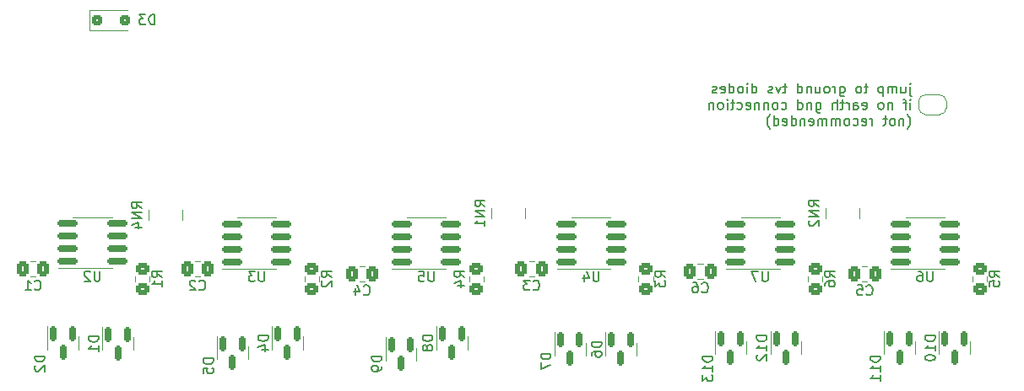
<source format=gbo>
%TF.GenerationSoftware,KiCad,Pcbnew,7.0.1*%
%TF.CreationDate,2023-11-21T14:19:22-06:00*%
%TF.ProjectId,Pico Hub V1,5069636f-2048-4756-9220-56312e6b6963,rev?*%
%TF.SameCoordinates,Original*%
%TF.FileFunction,Legend,Bot*%
%TF.FilePolarity,Positive*%
%FSLAX46Y46*%
G04 Gerber Fmt 4.6, Leading zero omitted, Abs format (unit mm)*
G04 Created by KiCad (PCBNEW 7.0.1) date 2023-11-21 14:19:22*
%MOMM*%
%LPD*%
G01*
G04 APERTURE LIST*
G04 Aperture macros list*
%AMRoundRect*
0 Rectangle with rounded corners*
0 $1 Rounding radius*
0 $2 $3 $4 $5 $6 $7 $8 $9 X,Y pos of 4 corners*
0 Add a 4 corners polygon primitive as box body*
4,1,4,$2,$3,$4,$5,$6,$7,$8,$9,$2,$3,0*
0 Add four circle primitives for the rounded corners*
1,1,$1+$1,$2,$3*
1,1,$1+$1,$4,$5*
1,1,$1+$1,$6,$7*
1,1,$1+$1,$8,$9*
0 Add four rect primitives between the rounded corners*
20,1,$1+$1,$2,$3,$4,$5,0*
20,1,$1+$1,$4,$5,$6,$7,0*
20,1,$1+$1,$6,$7,$8,$9,0*
20,1,$1+$1,$8,$9,$2,$3,0*%
%AMFreePoly0*
4,1,19,0.500000,-0.750000,0.000000,-0.750000,0.000000,-0.744911,-0.071157,-0.744911,-0.207708,-0.704816,-0.327430,-0.627875,-0.420627,-0.520320,-0.479746,-0.390866,-0.500000,-0.250000,-0.500000,0.250000,-0.479746,0.390866,-0.420627,0.520320,-0.327430,0.627875,-0.207708,0.704816,-0.071157,0.744911,0.000000,0.744911,0.000000,0.750000,0.500000,0.750000,0.500000,-0.750000,0.500000,-0.750000,
$1*%
%AMFreePoly1*
4,1,19,0.000000,0.744911,0.071157,0.744911,0.207708,0.704816,0.327430,0.627875,0.420627,0.520320,0.479746,0.390866,0.500000,0.250000,0.500000,-0.250000,0.479746,-0.390866,0.420627,-0.520320,0.327430,-0.627875,0.207708,-0.704816,0.071157,-0.744911,0.000000,-0.744911,0.000000,-0.750000,-0.500000,-0.750000,-0.500000,0.750000,0.000000,0.750000,0.000000,0.744911,0.000000,0.744911,
$1*%
G04 Aperture macros list end*
%ADD10C,0.150000*%
%ADD11C,0.120000*%
%ADD12C,0.800000*%
%ADD13C,7.400000*%
%ADD14C,3.250000*%
%ADD15R,1.500000X1.500000*%
%ADD16C,1.500000*%
%ADD17C,2.300000*%
%ADD18O,1.700000X1.700000*%
%ADD19R,1.700000X1.700000*%
%ADD20R,0.500000X0.800000*%
%ADD21R,0.400000X0.800000*%
%ADD22RoundRect,0.150000X-0.825000X-0.150000X0.825000X-0.150000X0.825000X0.150000X-0.825000X0.150000X0*%
%ADD23RoundRect,0.250000X-0.450000X0.350000X-0.450000X-0.350000X0.450000X-0.350000X0.450000X0.350000X0*%
%ADD24FreePoly0,0.000000*%
%ADD25FreePoly1,0.000000*%
%ADD26O,4.200000X2.000000*%
%ADD27O,2.000000X4.200000*%
%ADD28R,2.000000X4.600000*%
%ADD29RoundRect,0.150000X-0.150000X0.587500X-0.150000X-0.587500X0.150000X-0.587500X0.150000X0.587500X0*%
%ADD30RoundRect,0.250000X-0.300000X-0.300000X0.300000X-0.300000X0.300000X0.300000X-0.300000X0.300000X0*%
%ADD31RoundRect,0.250000X-0.337500X-0.475000X0.337500X-0.475000X0.337500X0.475000X-0.337500X0.475000X0*%
G04 APERTURE END LIST*
D10*
X119011904Y-85175952D02*
X119011904Y-86033095D01*
X119011904Y-86033095D02*
X119059523Y-86128333D01*
X119059523Y-86128333D02*
X119154761Y-86175952D01*
X119154761Y-86175952D02*
X119202380Y-86175952D01*
X119011904Y-84842619D02*
X119059523Y-84890238D01*
X119059523Y-84890238D02*
X119011904Y-84937857D01*
X119011904Y-84937857D02*
X118964285Y-84890238D01*
X118964285Y-84890238D02*
X119011904Y-84842619D01*
X119011904Y-84842619D02*
X119011904Y-84937857D01*
X118107143Y-85175952D02*
X118107143Y-85842619D01*
X118535714Y-85175952D02*
X118535714Y-85699761D01*
X118535714Y-85699761D02*
X118488095Y-85795000D01*
X118488095Y-85795000D02*
X118392857Y-85842619D01*
X118392857Y-85842619D02*
X118250000Y-85842619D01*
X118250000Y-85842619D02*
X118154762Y-85795000D01*
X118154762Y-85795000D02*
X118107143Y-85747380D01*
X117630952Y-85842619D02*
X117630952Y-85175952D01*
X117630952Y-85271190D02*
X117583333Y-85223571D01*
X117583333Y-85223571D02*
X117488095Y-85175952D01*
X117488095Y-85175952D02*
X117345238Y-85175952D01*
X117345238Y-85175952D02*
X117250000Y-85223571D01*
X117250000Y-85223571D02*
X117202381Y-85318809D01*
X117202381Y-85318809D02*
X117202381Y-85842619D01*
X117202381Y-85318809D02*
X117154762Y-85223571D01*
X117154762Y-85223571D02*
X117059524Y-85175952D01*
X117059524Y-85175952D02*
X116916667Y-85175952D01*
X116916667Y-85175952D02*
X116821428Y-85223571D01*
X116821428Y-85223571D02*
X116773809Y-85318809D01*
X116773809Y-85318809D02*
X116773809Y-85842619D01*
X116297619Y-85175952D02*
X116297619Y-86175952D01*
X116297619Y-85223571D02*
X116202381Y-85175952D01*
X116202381Y-85175952D02*
X116011905Y-85175952D01*
X116011905Y-85175952D02*
X115916667Y-85223571D01*
X115916667Y-85223571D02*
X115869048Y-85271190D01*
X115869048Y-85271190D02*
X115821429Y-85366428D01*
X115821429Y-85366428D02*
X115821429Y-85652142D01*
X115821429Y-85652142D02*
X115869048Y-85747380D01*
X115869048Y-85747380D02*
X115916667Y-85795000D01*
X115916667Y-85795000D02*
X116011905Y-85842619D01*
X116011905Y-85842619D02*
X116202381Y-85842619D01*
X116202381Y-85842619D02*
X116297619Y-85795000D01*
X114773809Y-85175952D02*
X114392857Y-85175952D01*
X114630952Y-84842619D02*
X114630952Y-85699761D01*
X114630952Y-85699761D02*
X114583333Y-85795000D01*
X114583333Y-85795000D02*
X114488095Y-85842619D01*
X114488095Y-85842619D02*
X114392857Y-85842619D01*
X113916666Y-85842619D02*
X114011904Y-85795000D01*
X114011904Y-85795000D02*
X114059523Y-85747380D01*
X114059523Y-85747380D02*
X114107142Y-85652142D01*
X114107142Y-85652142D02*
X114107142Y-85366428D01*
X114107142Y-85366428D02*
X114059523Y-85271190D01*
X114059523Y-85271190D02*
X114011904Y-85223571D01*
X114011904Y-85223571D02*
X113916666Y-85175952D01*
X113916666Y-85175952D02*
X113773809Y-85175952D01*
X113773809Y-85175952D02*
X113678571Y-85223571D01*
X113678571Y-85223571D02*
X113630952Y-85271190D01*
X113630952Y-85271190D02*
X113583333Y-85366428D01*
X113583333Y-85366428D02*
X113583333Y-85652142D01*
X113583333Y-85652142D02*
X113630952Y-85747380D01*
X113630952Y-85747380D02*
X113678571Y-85795000D01*
X113678571Y-85795000D02*
X113773809Y-85842619D01*
X113773809Y-85842619D02*
X113916666Y-85842619D01*
X111964285Y-85175952D02*
X111964285Y-85985476D01*
X111964285Y-85985476D02*
X112011904Y-86080714D01*
X112011904Y-86080714D02*
X112059523Y-86128333D01*
X112059523Y-86128333D02*
X112154761Y-86175952D01*
X112154761Y-86175952D02*
X112297618Y-86175952D01*
X112297618Y-86175952D02*
X112392856Y-86128333D01*
X111964285Y-85795000D02*
X112059523Y-85842619D01*
X112059523Y-85842619D02*
X112249999Y-85842619D01*
X112249999Y-85842619D02*
X112345237Y-85795000D01*
X112345237Y-85795000D02*
X112392856Y-85747380D01*
X112392856Y-85747380D02*
X112440475Y-85652142D01*
X112440475Y-85652142D02*
X112440475Y-85366428D01*
X112440475Y-85366428D02*
X112392856Y-85271190D01*
X112392856Y-85271190D02*
X112345237Y-85223571D01*
X112345237Y-85223571D02*
X112249999Y-85175952D01*
X112249999Y-85175952D02*
X112059523Y-85175952D01*
X112059523Y-85175952D02*
X111964285Y-85223571D01*
X111488094Y-85842619D02*
X111488094Y-85175952D01*
X111488094Y-85366428D02*
X111440475Y-85271190D01*
X111440475Y-85271190D02*
X111392856Y-85223571D01*
X111392856Y-85223571D02*
X111297618Y-85175952D01*
X111297618Y-85175952D02*
X111202380Y-85175952D01*
X110726189Y-85842619D02*
X110821427Y-85795000D01*
X110821427Y-85795000D02*
X110869046Y-85747380D01*
X110869046Y-85747380D02*
X110916665Y-85652142D01*
X110916665Y-85652142D02*
X110916665Y-85366428D01*
X110916665Y-85366428D02*
X110869046Y-85271190D01*
X110869046Y-85271190D02*
X110821427Y-85223571D01*
X110821427Y-85223571D02*
X110726189Y-85175952D01*
X110726189Y-85175952D02*
X110583332Y-85175952D01*
X110583332Y-85175952D02*
X110488094Y-85223571D01*
X110488094Y-85223571D02*
X110440475Y-85271190D01*
X110440475Y-85271190D02*
X110392856Y-85366428D01*
X110392856Y-85366428D02*
X110392856Y-85652142D01*
X110392856Y-85652142D02*
X110440475Y-85747380D01*
X110440475Y-85747380D02*
X110488094Y-85795000D01*
X110488094Y-85795000D02*
X110583332Y-85842619D01*
X110583332Y-85842619D02*
X110726189Y-85842619D01*
X109535713Y-85175952D02*
X109535713Y-85842619D01*
X109964284Y-85175952D02*
X109964284Y-85699761D01*
X109964284Y-85699761D02*
X109916665Y-85795000D01*
X109916665Y-85795000D02*
X109821427Y-85842619D01*
X109821427Y-85842619D02*
X109678570Y-85842619D01*
X109678570Y-85842619D02*
X109583332Y-85795000D01*
X109583332Y-85795000D02*
X109535713Y-85747380D01*
X109059522Y-85175952D02*
X109059522Y-85842619D01*
X109059522Y-85271190D02*
X109011903Y-85223571D01*
X109011903Y-85223571D02*
X108916665Y-85175952D01*
X108916665Y-85175952D02*
X108773808Y-85175952D01*
X108773808Y-85175952D02*
X108678570Y-85223571D01*
X108678570Y-85223571D02*
X108630951Y-85318809D01*
X108630951Y-85318809D02*
X108630951Y-85842619D01*
X107726189Y-85842619D02*
X107726189Y-84842619D01*
X107726189Y-85795000D02*
X107821427Y-85842619D01*
X107821427Y-85842619D02*
X108011903Y-85842619D01*
X108011903Y-85842619D02*
X108107141Y-85795000D01*
X108107141Y-85795000D02*
X108154760Y-85747380D01*
X108154760Y-85747380D02*
X108202379Y-85652142D01*
X108202379Y-85652142D02*
X108202379Y-85366428D01*
X108202379Y-85366428D02*
X108154760Y-85271190D01*
X108154760Y-85271190D02*
X108107141Y-85223571D01*
X108107141Y-85223571D02*
X108011903Y-85175952D01*
X108011903Y-85175952D02*
X107821427Y-85175952D01*
X107821427Y-85175952D02*
X107726189Y-85223571D01*
X106630950Y-85175952D02*
X106249998Y-85175952D01*
X106488093Y-84842619D02*
X106488093Y-85699761D01*
X106488093Y-85699761D02*
X106440474Y-85795000D01*
X106440474Y-85795000D02*
X106345236Y-85842619D01*
X106345236Y-85842619D02*
X106249998Y-85842619D01*
X106011902Y-85175952D02*
X105773807Y-85842619D01*
X105773807Y-85842619D02*
X105535712Y-85175952D01*
X105202378Y-85795000D02*
X105107140Y-85842619D01*
X105107140Y-85842619D02*
X104916664Y-85842619D01*
X104916664Y-85842619D02*
X104821426Y-85795000D01*
X104821426Y-85795000D02*
X104773807Y-85699761D01*
X104773807Y-85699761D02*
X104773807Y-85652142D01*
X104773807Y-85652142D02*
X104821426Y-85556904D01*
X104821426Y-85556904D02*
X104916664Y-85509285D01*
X104916664Y-85509285D02*
X105059521Y-85509285D01*
X105059521Y-85509285D02*
X105154759Y-85461666D01*
X105154759Y-85461666D02*
X105202378Y-85366428D01*
X105202378Y-85366428D02*
X105202378Y-85318809D01*
X105202378Y-85318809D02*
X105154759Y-85223571D01*
X105154759Y-85223571D02*
X105059521Y-85175952D01*
X105059521Y-85175952D02*
X104916664Y-85175952D01*
X104916664Y-85175952D02*
X104821426Y-85223571D01*
X103154759Y-85842619D02*
X103154759Y-84842619D01*
X103154759Y-85795000D02*
X103249997Y-85842619D01*
X103249997Y-85842619D02*
X103440473Y-85842619D01*
X103440473Y-85842619D02*
X103535711Y-85795000D01*
X103535711Y-85795000D02*
X103583330Y-85747380D01*
X103583330Y-85747380D02*
X103630949Y-85652142D01*
X103630949Y-85652142D02*
X103630949Y-85366428D01*
X103630949Y-85366428D02*
X103583330Y-85271190D01*
X103583330Y-85271190D02*
X103535711Y-85223571D01*
X103535711Y-85223571D02*
X103440473Y-85175952D01*
X103440473Y-85175952D02*
X103249997Y-85175952D01*
X103249997Y-85175952D02*
X103154759Y-85223571D01*
X102678568Y-85842619D02*
X102678568Y-85175952D01*
X102678568Y-84842619D02*
X102726187Y-84890238D01*
X102726187Y-84890238D02*
X102678568Y-84937857D01*
X102678568Y-84937857D02*
X102630949Y-84890238D01*
X102630949Y-84890238D02*
X102678568Y-84842619D01*
X102678568Y-84842619D02*
X102678568Y-84937857D01*
X102059521Y-85842619D02*
X102154759Y-85795000D01*
X102154759Y-85795000D02*
X102202378Y-85747380D01*
X102202378Y-85747380D02*
X102249997Y-85652142D01*
X102249997Y-85652142D02*
X102249997Y-85366428D01*
X102249997Y-85366428D02*
X102202378Y-85271190D01*
X102202378Y-85271190D02*
X102154759Y-85223571D01*
X102154759Y-85223571D02*
X102059521Y-85175952D01*
X102059521Y-85175952D02*
X101916664Y-85175952D01*
X101916664Y-85175952D02*
X101821426Y-85223571D01*
X101821426Y-85223571D02*
X101773807Y-85271190D01*
X101773807Y-85271190D02*
X101726188Y-85366428D01*
X101726188Y-85366428D02*
X101726188Y-85652142D01*
X101726188Y-85652142D02*
X101773807Y-85747380D01*
X101773807Y-85747380D02*
X101821426Y-85795000D01*
X101821426Y-85795000D02*
X101916664Y-85842619D01*
X101916664Y-85842619D02*
X102059521Y-85842619D01*
X100869045Y-85842619D02*
X100869045Y-84842619D01*
X100869045Y-85795000D02*
X100964283Y-85842619D01*
X100964283Y-85842619D02*
X101154759Y-85842619D01*
X101154759Y-85842619D02*
X101249997Y-85795000D01*
X101249997Y-85795000D02*
X101297616Y-85747380D01*
X101297616Y-85747380D02*
X101345235Y-85652142D01*
X101345235Y-85652142D02*
X101345235Y-85366428D01*
X101345235Y-85366428D02*
X101297616Y-85271190D01*
X101297616Y-85271190D02*
X101249997Y-85223571D01*
X101249997Y-85223571D02*
X101154759Y-85175952D01*
X101154759Y-85175952D02*
X100964283Y-85175952D01*
X100964283Y-85175952D02*
X100869045Y-85223571D01*
X100011902Y-85795000D02*
X100107140Y-85842619D01*
X100107140Y-85842619D02*
X100297616Y-85842619D01*
X100297616Y-85842619D02*
X100392854Y-85795000D01*
X100392854Y-85795000D02*
X100440473Y-85699761D01*
X100440473Y-85699761D02*
X100440473Y-85318809D01*
X100440473Y-85318809D02*
X100392854Y-85223571D01*
X100392854Y-85223571D02*
X100297616Y-85175952D01*
X100297616Y-85175952D02*
X100107140Y-85175952D01*
X100107140Y-85175952D02*
X100011902Y-85223571D01*
X100011902Y-85223571D02*
X99964283Y-85318809D01*
X99964283Y-85318809D02*
X99964283Y-85414047D01*
X99964283Y-85414047D02*
X100440473Y-85509285D01*
X99583330Y-85795000D02*
X99488092Y-85842619D01*
X99488092Y-85842619D02*
X99297616Y-85842619D01*
X99297616Y-85842619D02*
X99202378Y-85795000D01*
X99202378Y-85795000D02*
X99154759Y-85699761D01*
X99154759Y-85699761D02*
X99154759Y-85652142D01*
X99154759Y-85652142D02*
X99202378Y-85556904D01*
X99202378Y-85556904D02*
X99297616Y-85509285D01*
X99297616Y-85509285D02*
X99440473Y-85509285D01*
X99440473Y-85509285D02*
X99535711Y-85461666D01*
X99535711Y-85461666D02*
X99583330Y-85366428D01*
X99583330Y-85366428D02*
X99583330Y-85318809D01*
X99583330Y-85318809D02*
X99535711Y-85223571D01*
X99535711Y-85223571D02*
X99440473Y-85175952D01*
X99440473Y-85175952D02*
X99297616Y-85175952D01*
X99297616Y-85175952D02*
X99202378Y-85223571D01*
X119011904Y-87462619D02*
X119011904Y-86795952D01*
X119011904Y-86462619D02*
X119059523Y-86510238D01*
X119059523Y-86510238D02*
X119011904Y-86557857D01*
X119011904Y-86557857D02*
X118964285Y-86510238D01*
X118964285Y-86510238D02*
X119011904Y-86462619D01*
X119011904Y-86462619D02*
X119011904Y-86557857D01*
X118678571Y-86795952D02*
X118297619Y-86795952D01*
X118535714Y-87462619D02*
X118535714Y-86605476D01*
X118535714Y-86605476D02*
X118488095Y-86510238D01*
X118488095Y-86510238D02*
X118392857Y-86462619D01*
X118392857Y-86462619D02*
X118297619Y-86462619D01*
X117202380Y-86795952D02*
X117202380Y-87462619D01*
X117202380Y-86891190D02*
X117154761Y-86843571D01*
X117154761Y-86843571D02*
X117059523Y-86795952D01*
X117059523Y-86795952D02*
X116916666Y-86795952D01*
X116916666Y-86795952D02*
X116821428Y-86843571D01*
X116821428Y-86843571D02*
X116773809Y-86938809D01*
X116773809Y-86938809D02*
X116773809Y-87462619D01*
X116154761Y-87462619D02*
X116249999Y-87415000D01*
X116249999Y-87415000D02*
X116297618Y-87367380D01*
X116297618Y-87367380D02*
X116345237Y-87272142D01*
X116345237Y-87272142D02*
X116345237Y-86986428D01*
X116345237Y-86986428D02*
X116297618Y-86891190D01*
X116297618Y-86891190D02*
X116249999Y-86843571D01*
X116249999Y-86843571D02*
X116154761Y-86795952D01*
X116154761Y-86795952D02*
X116011904Y-86795952D01*
X116011904Y-86795952D02*
X115916666Y-86843571D01*
X115916666Y-86843571D02*
X115869047Y-86891190D01*
X115869047Y-86891190D02*
X115821428Y-86986428D01*
X115821428Y-86986428D02*
X115821428Y-87272142D01*
X115821428Y-87272142D02*
X115869047Y-87367380D01*
X115869047Y-87367380D02*
X115916666Y-87415000D01*
X115916666Y-87415000D02*
X116011904Y-87462619D01*
X116011904Y-87462619D02*
X116154761Y-87462619D01*
X114249999Y-87415000D02*
X114345237Y-87462619D01*
X114345237Y-87462619D02*
X114535713Y-87462619D01*
X114535713Y-87462619D02*
X114630951Y-87415000D01*
X114630951Y-87415000D02*
X114678570Y-87319761D01*
X114678570Y-87319761D02*
X114678570Y-86938809D01*
X114678570Y-86938809D02*
X114630951Y-86843571D01*
X114630951Y-86843571D02*
X114535713Y-86795952D01*
X114535713Y-86795952D02*
X114345237Y-86795952D01*
X114345237Y-86795952D02*
X114249999Y-86843571D01*
X114249999Y-86843571D02*
X114202380Y-86938809D01*
X114202380Y-86938809D02*
X114202380Y-87034047D01*
X114202380Y-87034047D02*
X114678570Y-87129285D01*
X113345237Y-87462619D02*
X113345237Y-86938809D01*
X113345237Y-86938809D02*
X113392856Y-86843571D01*
X113392856Y-86843571D02*
X113488094Y-86795952D01*
X113488094Y-86795952D02*
X113678570Y-86795952D01*
X113678570Y-86795952D02*
X113773808Y-86843571D01*
X113345237Y-87415000D02*
X113440475Y-87462619D01*
X113440475Y-87462619D02*
X113678570Y-87462619D01*
X113678570Y-87462619D02*
X113773808Y-87415000D01*
X113773808Y-87415000D02*
X113821427Y-87319761D01*
X113821427Y-87319761D02*
X113821427Y-87224523D01*
X113821427Y-87224523D02*
X113773808Y-87129285D01*
X113773808Y-87129285D02*
X113678570Y-87081666D01*
X113678570Y-87081666D02*
X113440475Y-87081666D01*
X113440475Y-87081666D02*
X113345237Y-87034047D01*
X112869046Y-87462619D02*
X112869046Y-86795952D01*
X112869046Y-86986428D02*
X112821427Y-86891190D01*
X112821427Y-86891190D02*
X112773808Y-86843571D01*
X112773808Y-86843571D02*
X112678570Y-86795952D01*
X112678570Y-86795952D02*
X112583332Y-86795952D01*
X112392855Y-86795952D02*
X112011903Y-86795952D01*
X112249998Y-86462619D02*
X112249998Y-87319761D01*
X112249998Y-87319761D02*
X112202379Y-87415000D01*
X112202379Y-87415000D02*
X112107141Y-87462619D01*
X112107141Y-87462619D02*
X112011903Y-87462619D01*
X111678569Y-87462619D02*
X111678569Y-86462619D01*
X111249998Y-87462619D02*
X111249998Y-86938809D01*
X111249998Y-86938809D02*
X111297617Y-86843571D01*
X111297617Y-86843571D02*
X111392855Y-86795952D01*
X111392855Y-86795952D02*
X111535712Y-86795952D01*
X111535712Y-86795952D02*
X111630950Y-86843571D01*
X111630950Y-86843571D02*
X111678569Y-86891190D01*
X109583331Y-86795952D02*
X109583331Y-87605476D01*
X109583331Y-87605476D02*
X109630950Y-87700714D01*
X109630950Y-87700714D02*
X109678569Y-87748333D01*
X109678569Y-87748333D02*
X109773807Y-87795952D01*
X109773807Y-87795952D02*
X109916664Y-87795952D01*
X109916664Y-87795952D02*
X110011902Y-87748333D01*
X109583331Y-87415000D02*
X109678569Y-87462619D01*
X109678569Y-87462619D02*
X109869045Y-87462619D01*
X109869045Y-87462619D02*
X109964283Y-87415000D01*
X109964283Y-87415000D02*
X110011902Y-87367380D01*
X110011902Y-87367380D02*
X110059521Y-87272142D01*
X110059521Y-87272142D02*
X110059521Y-86986428D01*
X110059521Y-86986428D02*
X110011902Y-86891190D01*
X110011902Y-86891190D02*
X109964283Y-86843571D01*
X109964283Y-86843571D02*
X109869045Y-86795952D01*
X109869045Y-86795952D02*
X109678569Y-86795952D01*
X109678569Y-86795952D02*
X109583331Y-86843571D01*
X109107140Y-86795952D02*
X109107140Y-87462619D01*
X109107140Y-86891190D02*
X109059521Y-86843571D01*
X109059521Y-86843571D02*
X108964283Y-86795952D01*
X108964283Y-86795952D02*
X108821426Y-86795952D01*
X108821426Y-86795952D02*
X108726188Y-86843571D01*
X108726188Y-86843571D02*
X108678569Y-86938809D01*
X108678569Y-86938809D02*
X108678569Y-87462619D01*
X107773807Y-87462619D02*
X107773807Y-86462619D01*
X107773807Y-87415000D02*
X107869045Y-87462619D01*
X107869045Y-87462619D02*
X108059521Y-87462619D01*
X108059521Y-87462619D02*
X108154759Y-87415000D01*
X108154759Y-87415000D02*
X108202378Y-87367380D01*
X108202378Y-87367380D02*
X108249997Y-87272142D01*
X108249997Y-87272142D02*
X108249997Y-86986428D01*
X108249997Y-86986428D02*
X108202378Y-86891190D01*
X108202378Y-86891190D02*
X108154759Y-86843571D01*
X108154759Y-86843571D02*
X108059521Y-86795952D01*
X108059521Y-86795952D02*
X107869045Y-86795952D01*
X107869045Y-86795952D02*
X107773807Y-86843571D01*
X106107140Y-87415000D02*
X106202378Y-87462619D01*
X106202378Y-87462619D02*
X106392854Y-87462619D01*
X106392854Y-87462619D02*
X106488092Y-87415000D01*
X106488092Y-87415000D02*
X106535711Y-87367380D01*
X106535711Y-87367380D02*
X106583330Y-87272142D01*
X106583330Y-87272142D02*
X106583330Y-86986428D01*
X106583330Y-86986428D02*
X106535711Y-86891190D01*
X106535711Y-86891190D02*
X106488092Y-86843571D01*
X106488092Y-86843571D02*
X106392854Y-86795952D01*
X106392854Y-86795952D02*
X106202378Y-86795952D01*
X106202378Y-86795952D02*
X106107140Y-86843571D01*
X105535711Y-87462619D02*
X105630949Y-87415000D01*
X105630949Y-87415000D02*
X105678568Y-87367380D01*
X105678568Y-87367380D02*
X105726187Y-87272142D01*
X105726187Y-87272142D02*
X105726187Y-86986428D01*
X105726187Y-86986428D02*
X105678568Y-86891190D01*
X105678568Y-86891190D02*
X105630949Y-86843571D01*
X105630949Y-86843571D02*
X105535711Y-86795952D01*
X105535711Y-86795952D02*
X105392854Y-86795952D01*
X105392854Y-86795952D02*
X105297616Y-86843571D01*
X105297616Y-86843571D02*
X105249997Y-86891190D01*
X105249997Y-86891190D02*
X105202378Y-86986428D01*
X105202378Y-86986428D02*
X105202378Y-87272142D01*
X105202378Y-87272142D02*
X105249997Y-87367380D01*
X105249997Y-87367380D02*
X105297616Y-87415000D01*
X105297616Y-87415000D02*
X105392854Y-87462619D01*
X105392854Y-87462619D02*
X105535711Y-87462619D01*
X104773806Y-86795952D02*
X104773806Y-87462619D01*
X104773806Y-86891190D02*
X104726187Y-86843571D01*
X104726187Y-86843571D02*
X104630949Y-86795952D01*
X104630949Y-86795952D02*
X104488092Y-86795952D01*
X104488092Y-86795952D02*
X104392854Y-86843571D01*
X104392854Y-86843571D02*
X104345235Y-86938809D01*
X104345235Y-86938809D02*
X104345235Y-87462619D01*
X103869044Y-86795952D02*
X103869044Y-87462619D01*
X103869044Y-86891190D02*
X103821425Y-86843571D01*
X103821425Y-86843571D02*
X103726187Y-86795952D01*
X103726187Y-86795952D02*
X103583330Y-86795952D01*
X103583330Y-86795952D02*
X103488092Y-86843571D01*
X103488092Y-86843571D02*
X103440473Y-86938809D01*
X103440473Y-86938809D02*
X103440473Y-87462619D01*
X102583330Y-87415000D02*
X102678568Y-87462619D01*
X102678568Y-87462619D02*
X102869044Y-87462619D01*
X102869044Y-87462619D02*
X102964282Y-87415000D01*
X102964282Y-87415000D02*
X103011901Y-87319761D01*
X103011901Y-87319761D02*
X103011901Y-86938809D01*
X103011901Y-86938809D02*
X102964282Y-86843571D01*
X102964282Y-86843571D02*
X102869044Y-86795952D01*
X102869044Y-86795952D02*
X102678568Y-86795952D01*
X102678568Y-86795952D02*
X102583330Y-86843571D01*
X102583330Y-86843571D02*
X102535711Y-86938809D01*
X102535711Y-86938809D02*
X102535711Y-87034047D01*
X102535711Y-87034047D02*
X103011901Y-87129285D01*
X101678568Y-87415000D02*
X101773806Y-87462619D01*
X101773806Y-87462619D02*
X101964282Y-87462619D01*
X101964282Y-87462619D02*
X102059520Y-87415000D01*
X102059520Y-87415000D02*
X102107139Y-87367380D01*
X102107139Y-87367380D02*
X102154758Y-87272142D01*
X102154758Y-87272142D02*
X102154758Y-86986428D01*
X102154758Y-86986428D02*
X102107139Y-86891190D01*
X102107139Y-86891190D02*
X102059520Y-86843571D01*
X102059520Y-86843571D02*
X101964282Y-86795952D01*
X101964282Y-86795952D02*
X101773806Y-86795952D01*
X101773806Y-86795952D02*
X101678568Y-86843571D01*
X101392853Y-86795952D02*
X101011901Y-86795952D01*
X101249996Y-86462619D02*
X101249996Y-87319761D01*
X101249996Y-87319761D02*
X101202377Y-87415000D01*
X101202377Y-87415000D02*
X101107139Y-87462619D01*
X101107139Y-87462619D02*
X101011901Y-87462619D01*
X100678567Y-87462619D02*
X100678567Y-86795952D01*
X100678567Y-86462619D02*
X100726186Y-86510238D01*
X100726186Y-86510238D02*
X100678567Y-86557857D01*
X100678567Y-86557857D02*
X100630948Y-86510238D01*
X100630948Y-86510238D02*
X100678567Y-86462619D01*
X100678567Y-86462619D02*
X100678567Y-86557857D01*
X100059520Y-87462619D02*
X100154758Y-87415000D01*
X100154758Y-87415000D02*
X100202377Y-87367380D01*
X100202377Y-87367380D02*
X100249996Y-87272142D01*
X100249996Y-87272142D02*
X100249996Y-86986428D01*
X100249996Y-86986428D02*
X100202377Y-86891190D01*
X100202377Y-86891190D02*
X100154758Y-86843571D01*
X100154758Y-86843571D02*
X100059520Y-86795952D01*
X100059520Y-86795952D02*
X99916663Y-86795952D01*
X99916663Y-86795952D02*
X99821425Y-86843571D01*
X99821425Y-86843571D02*
X99773806Y-86891190D01*
X99773806Y-86891190D02*
X99726187Y-86986428D01*
X99726187Y-86986428D02*
X99726187Y-87272142D01*
X99726187Y-87272142D02*
X99773806Y-87367380D01*
X99773806Y-87367380D02*
X99821425Y-87415000D01*
X99821425Y-87415000D02*
X99916663Y-87462619D01*
X99916663Y-87462619D02*
X100059520Y-87462619D01*
X99297615Y-86795952D02*
X99297615Y-87462619D01*
X99297615Y-86891190D02*
X99249996Y-86843571D01*
X99249996Y-86843571D02*
X99154758Y-86795952D01*
X99154758Y-86795952D02*
X99011901Y-86795952D01*
X99011901Y-86795952D02*
X98916663Y-86843571D01*
X98916663Y-86843571D02*
X98869044Y-86938809D01*
X98869044Y-86938809D02*
X98869044Y-87462619D01*
X118726190Y-89463571D02*
X118773809Y-89415952D01*
X118773809Y-89415952D02*
X118869047Y-89273095D01*
X118869047Y-89273095D02*
X118916666Y-89177857D01*
X118916666Y-89177857D02*
X118964285Y-89035000D01*
X118964285Y-89035000D02*
X119011904Y-88796904D01*
X119011904Y-88796904D02*
X119011904Y-88606428D01*
X119011904Y-88606428D02*
X118964285Y-88368333D01*
X118964285Y-88368333D02*
X118916666Y-88225476D01*
X118916666Y-88225476D02*
X118869047Y-88130238D01*
X118869047Y-88130238D02*
X118773809Y-87987380D01*
X118773809Y-87987380D02*
X118726190Y-87939761D01*
X118345237Y-88415952D02*
X118345237Y-89082619D01*
X118345237Y-88511190D02*
X118297618Y-88463571D01*
X118297618Y-88463571D02*
X118202380Y-88415952D01*
X118202380Y-88415952D02*
X118059523Y-88415952D01*
X118059523Y-88415952D02*
X117964285Y-88463571D01*
X117964285Y-88463571D02*
X117916666Y-88558809D01*
X117916666Y-88558809D02*
X117916666Y-89082619D01*
X117297618Y-89082619D02*
X117392856Y-89035000D01*
X117392856Y-89035000D02*
X117440475Y-88987380D01*
X117440475Y-88987380D02*
X117488094Y-88892142D01*
X117488094Y-88892142D02*
X117488094Y-88606428D01*
X117488094Y-88606428D02*
X117440475Y-88511190D01*
X117440475Y-88511190D02*
X117392856Y-88463571D01*
X117392856Y-88463571D02*
X117297618Y-88415952D01*
X117297618Y-88415952D02*
X117154761Y-88415952D01*
X117154761Y-88415952D02*
X117059523Y-88463571D01*
X117059523Y-88463571D02*
X117011904Y-88511190D01*
X117011904Y-88511190D02*
X116964285Y-88606428D01*
X116964285Y-88606428D02*
X116964285Y-88892142D01*
X116964285Y-88892142D02*
X117011904Y-88987380D01*
X117011904Y-88987380D02*
X117059523Y-89035000D01*
X117059523Y-89035000D02*
X117154761Y-89082619D01*
X117154761Y-89082619D02*
X117297618Y-89082619D01*
X116678570Y-88415952D02*
X116297618Y-88415952D01*
X116535713Y-88082619D02*
X116535713Y-88939761D01*
X116535713Y-88939761D02*
X116488094Y-89035000D01*
X116488094Y-89035000D02*
X116392856Y-89082619D01*
X116392856Y-89082619D02*
X116297618Y-89082619D01*
X115202379Y-89082619D02*
X115202379Y-88415952D01*
X115202379Y-88606428D02*
X115154760Y-88511190D01*
X115154760Y-88511190D02*
X115107141Y-88463571D01*
X115107141Y-88463571D02*
X115011903Y-88415952D01*
X115011903Y-88415952D02*
X114916665Y-88415952D01*
X114202379Y-89035000D02*
X114297617Y-89082619D01*
X114297617Y-89082619D02*
X114488093Y-89082619D01*
X114488093Y-89082619D02*
X114583331Y-89035000D01*
X114583331Y-89035000D02*
X114630950Y-88939761D01*
X114630950Y-88939761D02*
X114630950Y-88558809D01*
X114630950Y-88558809D02*
X114583331Y-88463571D01*
X114583331Y-88463571D02*
X114488093Y-88415952D01*
X114488093Y-88415952D02*
X114297617Y-88415952D01*
X114297617Y-88415952D02*
X114202379Y-88463571D01*
X114202379Y-88463571D02*
X114154760Y-88558809D01*
X114154760Y-88558809D02*
X114154760Y-88654047D01*
X114154760Y-88654047D02*
X114630950Y-88749285D01*
X113297617Y-89035000D02*
X113392855Y-89082619D01*
X113392855Y-89082619D02*
X113583331Y-89082619D01*
X113583331Y-89082619D02*
X113678569Y-89035000D01*
X113678569Y-89035000D02*
X113726188Y-88987380D01*
X113726188Y-88987380D02*
X113773807Y-88892142D01*
X113773807Y-88892142D02*
X113773807Y-88606428D01*
X113773807Y-88606428D02*
X113726188Y-88511190D01*
X113726188Y-88511190D02*
X113678569Y-88463571D01*
X113678569Y-88463571D02*
X113583331Y-88415952D01*
X113583331Y-88415952D02*
X113392855Y-88415952D01*
X113392855Y-88415952D02*
X113297617Y-88463571D01*
X112726188Y-89082619D02*
X112821426Y-89035000D01*
X112821426Y-89035000D02*
X112869045Y-88987380D01*
X112869045Y-88987380D02*
X112916664Y-88892142D01*
X112916664Y-88892142D02*
X112916664Y-88606428D01*
X112916664Y-88606428D02*
X112869045Y-88511190D01*
X112869045Y-88511190D02*
X112821426Y-88463571D01*
X112821426Y-88463571D02*
X112726188Y-88415952D01*
X112726188Y-88415952D02*
X112583331Y-88415952D01*
X112583331Y-88415952D02*
X112488093Y-88463571D01*
X112488093Y-88463571D02*
X112440474Y-88511190D01*
X112440474Y-88511190D02*
X112392855Y-88606428D01*
X112392855Y-88606428D02*
X112392855Y-88892142D01*
X112392855Y-88892142D02*
X112440474Y-88987380D01*
X112440474Y-88987380D02*
X112488093Y-89035000D01*
X112488093Y-89035000D02*
X112583331Y-89082619D01*
X112583331Y-89082619D02*
X112726188Y-89082619D01*
X111964283Y-89082619D02*
X111964283Y-88415952D01*
X111964283Y-88511190D02*
X111916664Y-88463571D01*
X111916664Y-88463571D02*
X111821426Y-88415952D01*
X111821426Y-88415952D02*
X111678569Y-88415952D01*
X111678569Y-88415952D02*
X111583331Y-88463571D01*
X111583331Y-88463571D02*
X111535712Y-88558809D01*
X111535712Y-88558809D02*
X111535712Y-89082619D01*
X111535712Y-88558809D02*
X111488093Y-88463571D01*
X111488093Y-88463571D02*
X111392855Y-88415952D01*
X111392855Y-88415952D02*
X111249998Y-88415952D01*
X111249998Y-88415952D02*
X111154759Y-88463571D01*
X111154759Y-88463571D02*
X111107140Y-88558809D01*
X111107140Y-88558809D02*
X111107140Y-89082619D01*
X110630950Y-89082619D02*
X110630950Y-88415952D01*
X110630950Y-88511190D02*
X110583331Y-88463571D01*
X110583331Y-88463571D02*
X110488093Y-88415952D01*
X110488093Y-88415952D02*
X110345236Y-88415952D01*
X110345236Y-88415952D02*
X110249998Y-88463571D01*
X110249998Y-88463571D02*
X110202379Y-88558809D01*
X110202379Y-88558809D02*
X110202379Y-89082619D01*
X110202379Y-88558809D02*
X110154760Y-88463571D01*
X110154760Y-88463571D02*
X110059522Y-88415952D01*
X110059522Y-88415952D02*
X109916665Y-88415952D01*
X109916665Y-88415952D02*
X109821426Y-88463571D01*
X109821426Y-88463571D02*
X109773807Y-88558809D01*
X109773807Y-88558809D02*
X109773807Y-89082619D01*
X108916665Y-89035000D02*
X109011903Y-89082619D01*
X109011903Y-89082619D02*
X109202379Y-89082619D01*
X109202379Y-89082619D02*
X109297617Y-89035000D01*
X109297617Y-89035000D02*
X109345236Y-88939761D01*
X109345236Y-88939761D02*
X109345236Y-88558809D01*
X109345236Y-88558809D02*
X109297617Y-88463571D01*
X109297617Y-88463571D02*
X109202379Y-88415952D01*
X109202379Y-88415952D02*
X109011903Y-88415952D01*
X109011903Y-88415952D02*
X108916665Y-88463571D01*
X108916665Y-88463571D02*
X108869046Y-88558809D01*
X108869046Y-88558809D02*
X108869046Y-88654047D01*
X108869046Y-88654047D02*
X109345236Y-88749285D01*
X108440474Y-88415952D02*
X108440474Y-89082619D01*
X108440474Y-88511190D02*
X108392855Y-88463571D01*
X108392855Y-88463571D02*
X108297617Y-88415952D01*
X108297617Y-88415952D02*
X108154760Y-88415952D01*
X108154760Y-88415952D02*
X108059522Y-88463571D01*
X108059522Y-88463571D02*
X108011903Y-88558809D01*
X108011903Y-88558809D02*
X108011903Y-89082619D01*
X107107141Y-89082619D02*
X107107141Y-88082619D01*
X107107141Y-89035000D02*
X107202379Y-89082619D01*
X107202379Y-89082619D02*
X107392855Y-89082619D01*
X107392855Y-89082619D02*
X107488093Y-89035000D01*
X107488093Y-89035000D02*
X107535712Y-88987380D01*
X107535712Y-88987380D02*
X107583331Y-88892142D01*
X107583331Y-88892142D02*
X107583331Y-88606428D01*
X107583331Y-88606428D02*
X107535712Y-88511190D01*
X107535712Y-88511190D02*
X107488093Y-88463571D01*
X107488093Y-88463571D02*
X107392855Y-88415952D01*
X107392855Y-88415952D02*
X107202379Y-88415952D01*
X107202379Y-88415952D02*
X107107141Y-88463571D01*
X106249998Y-89035000D02*
X106345236Y-89082619D01*
X106345236Y-89082619D02*
X106535712Y-89082619D01*
X106535712Y-89082619D02*
X106630950Y-89035000D01*
X106630950Y-89035000D02*
X106678569Y-88939761D01*
X106678569Y-88939761D02*
X106678569Y-88558809D01*
X106678569Y-88558809D02*
X106630950Y-88463571D01*
X106630950Y-88463571D02*
X106535712Y-88415952D01*
X106535712Y-88415952D02*
X106345236Y-88415952D01*
X106345236Y-88415952D02*
X106249998Y-88463571D01*
X106249998Y-88463571D02*
X106202379Y-88558809D01*
X106202379Y-88558809D02*
X106202379Y-88654047D01*
X106202379Y-88654047D02*
X106678569Y-88749285D01*
X105345236Y-89082619D02*
X105345236Y-88082619D01*
X105345236Y-89035000D02*
X105440474Y-89082619D01*
X105440474Y-89082619D02*
X105630950Y-89082619D01*
X105630950Y-89082619D02*
X105726188Y-89035000D01*
X105726188Y-89035000D02*
X105773807Y-88987380D01*
X105773807Y-88987380D02*
X105821426Y-88892142D01*
X105821426Y-88892142D02*
X105821426Y-88606428D01*
X105821426Y-88606428D02*
X105773807Y-88511190D01*
X105773807Y-88511190D02*
X105726188Y-88463571D01*
X105726188Y-88463571D02*
X105630950Y-88415952D01*
X105630950Y-88415952D02*
X105440474Y-88415952D01*
X105440474Y-88415952D02*
X105345236Y-88463571D01*
X104964283Y-89463571D02*
X104916664Y-89415952D01*
X104916664Y-89415952D02*
X104821426Y-89273095D01*
X104821426Y-89273095D02*
X104773807Y-89177857D01*
X104773807Y-89177857D02*
X104726188Y-89035000D01*
X104726188Y-89035000D02*
X104678569Y-88796904D01*
X104678569Y-88796904D02*
X104678569Y-88606428D01*
X104678569Y-88606428D02*
X104726188Y-88368333D01*
X104726188Y-88368333D02*
X104773807Y-88225476D01*
X104773807Y-88225476D02*
X104821426Y-88130238D01*
X104821426Y-88130238D02*
X104916664Y-87987380D01*
X104916664Y-87987380D02*
X104964283Y-87939761D01*
%TO.C,RN1*%
X76362619Y-97209523D02*
X75886428Y-96876190D01*
X76362619Y-96638095D02*
X75362619Y-96638095D01*
X75362619Y-96638095D02*
X75362619Y-97019047D01*
X75362619Y-97019047D02*
X75410238Y-97114285D01*
X75410238Y-97114285D02*
X75457857Y-97161904D01*
X75457857Y-97161904D02*
X75553095Y-97209523D01*
X75553095Y-97209523D02*
X75695952Y-97209523D01*
X75695952Y-97209523D02*
X75791190Y-97161904D01*
X75791190Y-97161904D02*
X75838809Y-97114285D01*
X75838809Y-97114285D02*
X75886428Y-97019047D01*
X75886428Y-97019047D02*
X75886428Y-96638095D01*
X76362619Y-97638095D02*
X75362619Y-97638095D01*
X75362619Y-97638095D02*
X76362619Y-98209523D01*
X76362619Y-98209523D02*
X75362619Y-98209523D01*
X76362619Y-99209523D02*
X76362619Y-98638095D01*
X76362619Y-98923809D02*
X75362619Y-98923809D01*
X75362619Y-98923809D02*
X75505476Y-98828571D01*
X75505476Y-98828571D02*
X75600714Y-98733333D01*
X75600714Y-98733333D02*
X75648333Y-98638095D01*
%TO.C,U5*%
X71261904Y-103767619D02*
X71261904Y-104577142D01*
X71261904Y-104577142D02*
X71214285Y-104672380D01*
X71214285Y-104672380D02*
X71166666Y-104720000D01*
X71166666Y-104720000D02*
X71071428Y-104767619D01*
X71071428Y-104767619D02*
X70880952Y-104767619D01*
X70880952Y-104767619D02*
X70785714Y-104720000D01*
X70785714Y-104720000D02*
X70738095Y-104672380D01*
X70738095Y-104672380D02*
X70690476Y-104577142D01*
X70690476Y-104577142D02*
X70690476Y-103767619D01*
X69738095Y-103767619D02*
X70214285Y-103767619D01*
X70214285Y-103767619D02*
X70261904Y-104243809D01*
X70261904Y-104243809D02*
X70214285Y-104196190D01*
X70214285Y-104196190D02*
X70119047Y-104148571D01*
X70119047Y-104148571D02*
X69880952Y-104148571D01*
X69880952Y-104148571D02*
X69785714Y-104196190D01*
X69785714Y-104196190D02*
X69738095Y-104243809D01*
X69738095Y-104243809D02*
X69690476Y-104339047D01*
X69690476Y-104339047D02*
X69690476Y-104577142D01*
X69690476Y-104577142D02*
X69738095Y-104672380D01*
X69738095Y-104672380D02*
X69785714Y-104720000D01*
X69785714Y-104720000D02*
X69880952Y-104767619D01*
X69880952Y-104767619D02*
X70119047Y-104767619D01*
X70119047Y-104767619D02*
X70214285Y-104720000D01*
X70214285Y-104720000D02*
X70261904Y-104672380D01*
%TO.C,RN2*%
X109862619Y-97209523D02*
X109386428Y-96876190D01*
X109862619Y-96638095D02*
X108862619Y-96638095D01*
X108862619Y-96638095D02*
X108862619Y-97019047D01*
X108862619Y-97019047D02*
X108910238Y-97114285D01*
X108910238Y-97114285D02*
X108957857Y-97161904D01*
X108957857Y-97161904D02*
X109053095Y-97209523D01*
X109053095Y-97209523D02*
X109195952Y-97209523D01*
X109195952Y-97209523D02*
X109291190Y-97161904D01*
X109291190Y-97161904D02*
X109338809Y-97114285D01*
X109338809Y-97114285D02*
X109386428Y-97019047D01*
X109386428Y-97019047D02*
X109386428Y-96638095D01*
X109862619Y-97638095D02*
X108862619Y-97638095D01*
X108862619Y-97638095D02*
X109862619Y-98209523D01*
X109862619Y-98209523D02*
X108862619Y-98209523D01*
X108957857Y-98638095D02*
X108910238Y-98685714D01*
X108910238Y-98685714D02*
X108862619Y-98780952D01*
X108862619Y-98780952D02*
X108862619Y-99019047D01*
X108862619Y-99019047D02*
X108910238Y-99114285D01*
X108910238Y-99114285D02*
X108957857Y-99161904D01*
X108957857Y-99161904D02*
X109053095Y-99209523D01*
X109053095Y-99209523D02*
X109148333Y-99209523D01*
X109148333Y-99209523D02*
X109291190Y-99161904D01*
X109291190Y-99161904D02*
X109862619Y-98590476D01*
X109862619Y-98590476D02*
X109862619Y-99209523D01*
%TO.C,RN4*%
X41962619Y-97409523D02*
X41486428Y-97076190D01*
X41962619Y-96838095D02*
X40962619Y-96838095D01*
X40962619Y-96838095D02*
X40962619Y-97219047D01*
X40962619Y-97219047D02*
X41010238Y-97314285D01*
X41010238Y-97314285D02*
X41057857Y-97361904D01*
X41057857Y-97361904D02*
X41153095Y-97409523D01*
X41153095Y-97409523D02*
X41295952Y-97409523D01*
X41295952Y-97409523D02*
X41391190Y-97361904D01*
X41391190Y-97361904D02*
X41438809Y-97314285D01*
X41438809Y-97314285D02*
X41486428Y-97219047D01*
X41486428Y-97219047D02*
X41486428Y-96838095D01*
X41962619Y-97838095D02*
X40962619Y-97838095D01*
X40962619Y-97838095D02*
X41962619Y-98409523D01*
X41962619Y-98409523D02*
X40962619Y-98409523D01*
X41295952Y-99314285D02*
X41962619Y-99314285D01*
X40915000Y-99076190D02*
X41629285Y-98838095D01*
X41629285Y-98838095D02*
X41629285Y-99457142D01*
%TO.C,U7*%
X104736904Y-103767619D02*
X104736904Y-104577142D01*
X104736904Y-104577142D02*
X104689285Y-104672380D01*
X104689285Y-104672380D02*
X104641666Y-104720000D01*
X104641666Y-104720000D02*
X104546428Y-104767619D01*
X104546428Y-104767619D02*
X104355952Y-104767619D01*
X104355952Y-104767619D02*
X104260714Y-104720000D01*
X104260714Y-104720000D02*
X104213095Y-104672380D01*
X104213095Y-104672380D02*
X104165476Y-104577142D01*
X104165476Y-104577142D02*
X104165476Y-103767619D01*
X103784523Y-103767619D02*
X103117857Y-103767619D01*
X103117857Y-103767619D02*
X103546428Y-104767619D01*
%TO.C,U6*%
X121286904Y-103767619D02*
X121286904Y-104577142D01*
X121286904Y-104577142D02*
X121239285Y-104672380D01*
X121239285Y-104672380D02*
X121191666Y-104720000D01*
X121191666Y-104720000D02*
X121096428Y-104767619D01*
X121096428Y-104767619D02*
X120905952Y-104767619D01*
X120905952Y-104767619D02*
X120810714Y-104720000D01*
X120810714Y-104720000D02*
X120763095Y-104672380D01*
X120763095Y-104672380D02*
X120715476Y-104577142D01*
X120715476Y-104577142D02*
X120715476Y-103767619D01*
X119810714Y-103767619D02*
X120001190Y-103767619D01*
X120001190Y-103767619D02*
X120096428Y-103815238D01*
X120096428Y-103815238D02*
X120144047Y-103862857D01*
X120144047Y-103862857D02*
X120239285Y-104005714D01*
X120239285Y-104005714D02*
X120286904Y-104196190D01*
X120286904Y-104196190D02*
X120286904Y-104577142D01*
X120286904Y-104577142D02*
X120239285Y-104672380D01*
X120239285Y-104672380D02*
X120191666Y-104720000D01*
X120191666Y-104720000D02*
X120096428Y-104767619D01*
X120096428Y-104767619D02*
X119905952Y-104767619D01*
X119905952Y-104767619D02*
X119810714Y-104720000D01*
X119810714Y-104720000D02*
X119763095Y-104672380D01*
X119763095Y-104672380D02*
X119715476Y-104577142D01*
X119715476Y-104577142D02*
X119715476Y-104339047D01*
X119715476Y-104339047D02*
X119763095Y-104243809D01*
X119763095Y-104243809D02*
X119810714Y-104196190D01*
X119810714Y-104196190D02*
X119905952Y-104148571D01*
X119905952Y-104148571D02*
X120096428Y-104148571D01*
X120096428Y-104148571D02*
X120191666Y-104196190D01*
X120191666Y-104196190D02*
X120239285Y-104243809D01*
X120239285Y-104243809D02*
X120286904Y-104339047D01*
%TO.C,U4*%
X87786904Y-103767619D02*
X87786904Y-104577142D01*
X87786904Y-104577142D02*
X87739285Y-104672380D01*
X87739285Y-104672380D02*
X87691666Y-104720000D01*
X87691666Y-104720000D02*
X87596428Y-104767619D01*
X87596428Y-104767619D02*
X87405952Y-104767619D01*
X87405952Y-104767619D02*
X87310714Y-104720000D01*
X87310714Y-104720000D02*
X87263095Y-104672380D01*
X87263095Y-104672380D02*
X87215476Y-104577142D01*
X87215476Y-104577142D02*
X87215476Y-103767619D01*
X86310714Y-104100952D02*
X86310714Y-104767619D01*
X86548809Y-103720000D02*
X86786904Y-104434285D01*
X86786904Y-104434285D02*
X86167857Y-104434285D01*
%TO.C,U3*%
X54236904Y-103767619D02*
X54236904Y-104577142D01*
X54236904Y-104577142D02*
X54189285Y-104672380D01*
X54189285Y-104672380D02*
X54141666Y-104720000D01*
X54141666Y-104720000D02*
X54046428Y-104767619D01*
X54046428Y-104767619D02*
X53855952Y-104767619D01*
X53855952Y-104767619D02*
X53760714Y-104720000D01*
X53760714Y-104720000D02*
X53713095Y-104672380D01*
X53713095Y-104672380D02*
X53665476Y-104577142D01*
X53665476Y-104577142D02*
X53665476Y-103767619D01*
X53284523Y-103767619D02*
X52665476Y-103767619D01*
X52665476Y-103767619D02*
X52998809Y-104148571D01*
X52998809Y-104148571D02*
X52855952Y-104148571D01*
X52855952Y-104148571D02*
X52760714Y-104196190D01*
X52760714Y-104196190D02*
X52713095Y-104243809D01*
X52713095Y-104243809D02*
X52665476Y-104339047D01*
X52665476Y-104339047D02*
X52665476Y-104577142D01*
X52665476Y-104577142D02*
X52713095Y-104672380D01*
X52713095Y-104672380D02*
X52760714Y-104720000D01*
X52760714Y-104720000D02*
X52855952Y-104767619D01*
X52855952Y-104767619D02*
X53141666Y-104767619D01*
X53141666Y-104767619D02*
X53236904Y-104720000D01*
X53236904Y-104720000D02*
X53284523Y-104672380D01*
%TO.C,U2*%
X37761904Y-103727619D02*
X37761904Y-104537142D01*
X37761904Y-104537142D02*
X37714285Y-104632380D01*
X37714285Y-104632380D02*
X37666666Y-104680000D01*
X37666666Y-104680000D02*
X37571428Y-104727619D01*
X37571428Y-104727619D02*
X37380952Y-104727619D01*
X37380952Y-104727619D02*
X37285714Y-104680000D01*
X37285714Y-104680000D02*
X37238095Y-104632380D01*
X37238095Y-104632380D02*
X37190476Y-104537142D01*
X37190476Y-104537142D02*
X37190476Y-103727619D01*
X36761904Y-103822857D02*
X36714285Y-103775238D01*
X36714285Y-103775238D02*
X36619047Y-103727619D01*
X36619047Y-103727619D02*
X36380952Y-103727619D01*
X36380952Y-103727619D02*
X36285714Y-103775238D01*
X36285714Y-103775238D02*
X36238095Y-103822857D01*
X36238095Y-103822857D02*
X36190476Y-103918095D01*
X36190476Y-103918095D02*
X36190476Y-104013333D01*
X36190476Y-104013333D02*
X36238095Y-104156190D01*
X36238095Y-104156190D02*
X36809523Y-104727619D01*
X36809523Y-104727619D02*
X36190476Y-104727619D01*
%TO.C,R6*%
X111462619Y-104333333D02*
X110986428Y-104000000D01*
X111462619Y-103761905D02*
X110462619Y-103761905D01*
X110462619Y-103761905D02*
X110462619Y-104142857D01*
X110462619Y-104142857D02*
X110510238Y-104238095D01*
X110510238Y-104238095D02*
X110557857Y-104285714D01*
X110557857Y-104285714D02*
X110653095Y-104333333D01*
X110653095Y-104333333D02*
X110795952Y-104333333D01*
X110795952Y-104333333D02*
X110891190Y-104285714D01*
X110891190Y-104285714D02*
X110938809Y-104238095D01*
X110938809Y-104238095D02*
X110986428Y-104142857D01*
X110986428Y-104142857D02*
X110986428Y-103761905D01*
X110462619Y-105190476D02*
X110462619Y-105000000D01*
X110462619Y-105000000D02*
X110510238Y-104904762D01*
X110510238Y-104904762D02*
X110557857Y-104857143D01*
X110557857Y-104857143D02*
X110700714Y-104761905D01*
X110700714Y-104761905D02*
X110891190Y-104714286D01*
X110891190Y-104714286D02*
X111272142Y-104714286D01*
X111272142Y-104714286D02*
X111367380Y-104761905D01*
X111367380Y-104761905D02*
X111415000Y-104809524D01*
X111415000Y-104809524D02*
X111462619Y-104904762D01*
X111462619Y-104904762D02*
X111462619Y-105095238D01*
X111462619Y-105095238D02*
X111415000Y-105190476D01*
X111415000Y-105190476D02*
X111367380Y-105238095D01*
X111367380Y-105238095D02*
X111272142Y-105285714D01*
X111272142Y-105285714D02*
X111034047Y-105285714D01*
X111034047Y-105285714D02*
X110938809Y-105238095D01*
X110938809Y-105238095D02*
X110891190Y-105190476D01*
X110891190Y-105190476D02*
X110843571Y-105095238D01*
X110843571Y-105095238D02*
X110843571Y-104904762D01*
X110843571Y-104904762D02*
X110891190Y-104809524D01*
X110891190Y-104809524D02*
X110938809Y-104761905D01*
X110938809Y-104761905D02*
X111034047Y-104714286D01*
%TO.C,R5*%
X127962619Y-104333333D02*
X127486428Y-104000000D01*
X127962619Y-103761905D02*
X126962619Y-103761905D01*
X126962619Y-103761905D02*
X126962619Y-104142857D01*
X126962619Y-104142857D02*
X127010238Y-104238095D01*
X127010238Y-104238095D02*
X127057857Y-104285714D01*
X127057857Y-104285714D02*
X127153095Y-104333333D01*
X127153095Y-104333333D02*
X127295952Y-104333333D01*
X127295952Y-104333333D02*
X127391190Y-104285714D01*
X127391190Y-104285714D02*
X127438809Y-104238095D01*
X127438809Y-104238095D02*
X127486428Y-104142857D01*
X127486428Y-104142857D02*
X127486428Y-103761905D01*
X126962619Y-105238095D02*
X126962619Y-104761905D01*
X126962619Y-104761905D02*
X127438809Y-104714286D01*
X127438809Y-104714286D02*
X127391190Y-104761905D01*
X127391190Y-104761905D02*
X127343571Y-104857143D01*
X127343571Y-104857143D02*
X127343571Y-105095238D01*
X127343571Y-105095238D02*
X127391190Y-105190476D01*
X127391190Y-105190476D02*
X127438809Y-105238095D01*
X127438809Y-105238095D02*
X127534047Y-105285714D01*
X127534047Y-105285714D02*
X127772142Y-105285714D01*
X127772142Y-105285714D02*
X127867380Y-105238095D01*
X127867380Y-105238095D02*
X127915000Y-105190476D01*
X127915000Y-105190476D02*
X127962619Y-105095238D01*
X127962619Y-105095238D02*
X127962619Y-104857143D01*
X127962619Y-104857143D02*
X127915000Y-104761905D01*
X127915000Y-104761905D02*
X127867380Y-104714286D01*
%TO.C,R4*%
X74312619Y-104333333D02*
X73836428Y-104000000D01*
X74312619Y-103761905D02*
X73312619Y-103761905D01*
X73312619Y-103761905D02*
X73312619Y-104142857D01*
X73312619Y-104142857D02*
X73360238Y-104238095D01*
X73360238Y-104238095D02*
X73407857Y-104285714D01*
X73407857Y-104285714D02*
X73503095Y-104333333D01*
X73503095Y-104333333D02*
X73645952Y-104333333D01*
X73645952Y-104333333D02*
X73741190Y-104285714D01*
X73741190Y-104285714D02*
X73788809Y-104238095D01*
X73788809Y-104238095D02*
X73836428Y-104142857D01*
X73836428Y-104142857D02*
X73836428Y-103761905D01*
X73645952Y-105190476D02*
X74312619Y-105190476D01*
X73265000Y-104952381D02*
X73979285Y-104714286D01*
X73979285Y-104714286D02*
X73979285Y-105333333D01*
%TO.C,R3*%
X94462619Y-104333333D02*
X93986428Y-104000000D01*
X94462619Y-103761905D02*
X93462619Y-103761905D01*
X93462619Y-103761905D02*
X93462619Y-104142857D01*
X93462619Y-104142857D02*
X93510238Y-104238095D01*
X93510238Y-104238095D02*
X93557857Y-104285714D01*
X93557857Y-104285714D02*
X93653095Y-104333333D01*
X93653095Y-104333333D02*
X93795952Y-104333333D01*
X93795952Y-104333333D02*
X93891190Y-104285714D01*
X93891190Y-104285714D02*
X93938809Y-104238095D01*
X93938809Y-104238095D02*
X93986428Y-104142857D01*
X93986428Y-104142857D02*
X93986428Y-103761905D01*
X93462619Y-104666667D02*
X93462619Y-105285714D01*
X93462619Y-105285714D02*
X93843571Y-104952381D01*
X93843571Y-104952381D02*
X93843571Y-105095238D01*
X93843571Y-105095238D02*
X93891190Y-105190476D01*
X93891190Y-105190476D02*
X93938809Y-105238095D01*
X93938809Y-105238095D02*
X94034047Y-105285714D01*
X94034047Y-105285714D02*
X94272142Y-105285714D01*
X94272142Y-105285714D02*
X94367380Y-105238095D01*
X94367380Y-105238095D02*
X94415000Y-105190476D01*
X94415000Y-105190476D02*
X94462619Y-105095238D01*
X94462619Y-105095238D02*
X94462619Y-104809524D01*
X94462619Y-104809524D02*
X94415000Y-104714286D01*
X94415000Y-104714286D02*
X94367380Y-104666667D01*
%TO.C,R2*%
X60962619Y-104333333D02*
X60486428Y-104000000D01*
X60962619Y-103761905D02*
X59962619Y-103761905D01*
X59962619Y-103761905D02*
X59962619Y-104142857D01*
X59962619Y-104142857D02*
X60010238Y-104238095D01*
X60010238Y-104238095D02*
X60057857Y-104285714D01*
X60057857Y-104285714D02*
X60153095Y-104333333D01*
X60153095Y-104333333D02*
X60295952Y-104333333D01*
X60295952Y-104333333D02*
X60391190Y-104285714D01*
X60391190Y-104285714D02*
X60438809Y-104238095D01*
X60438809Y-104238095D02*
X60486428Y-104142857D01*
X60486428Y-104142857D02*
X60486428Y-103761905D01*
X60057857Y-104714286D02*
X60010238Y-104761905D01*
X60010238Y-104761905D02*
X59962619Y-104857143D01*
X59962619Y-104857143D02*
X59962619Y-105095238D01*
X59962619Y-105095238D02*
X60010238Y-105190476D01*
X60010238Y-105190476D02*
X60057857Y-105238095D01*
X60057857Y-105238095D02*
X60153095Y-105285714D01*
X60153095Y-105285714D02*
X60248333Y-105285714D01*
X60248333Y-105285714D02*
X60391190Y-105238095D01*
X60391190Y-105238095D02*
X60962619Y-104666667D01*
X60962619Y-104666667D02*
X60962619Y-105285714D01*
%TO.C,R1*%
X43962619Y-104333333D02*
X43486428Y-104000000D01*
X43962619Y-103761905D02*
X42962619Y-103761905D01*
X42962619Y-103761905D02*
X42962619Y-104142857D01*
X42962619Y-104142857D02*
X43010238Y-104238095D01*
X43010238Y-104238095D02*
X43057857Y-104285714D01*
X43057857Y-104285714D02*
X43153095Y-104333333D01*
X43153095Y-104333333D02*
X43295952Y-104333333D01*
X43295952Y-104333333D02*
X43391190Y-104285714D01*
X43391190Y-104285714D02*
X43438809Y-104238095D01*
X43438809Y-104238095D02*
X43486428Y-104142857D01*
X43486428Y-104142857D02*
X43486428Y-103761905D01*
X43962619Y-105285714D02*
X43962619Y-104714286D01*
X43962619Y-105000000D02*
X42962619Y-105000000D01*
X42962619Y-105000000D02*
X43105476Y-104904762D01*
X43105476Y-104904762D02*
X43200714Y-104809524D01*
X43200714Y-104809524D02*
X43248333Y-104714286D01*
%TO.C,D13*%
X99212619Y-112285714D02*
X98212619Y-112285714D01*
X98212619Y-112285714D02*
X98212619Y-112523809D01*
X98212619Y-112523809D02*
X98260238Y-112666666D01*
X98260238Y-112666666D02*
X98355476Y-112761904D01*
X98355476Y-112761904D02*
X98450714Y-112809523D01*
X98450714Y-112809523D02*
X98641190Y-112857142D01*
X98641190Y-112857142D02*
X98784047Y-112857142D01*
X98784047Y-112857142D02*
X98974523Y-112809523D01*
X98974523Y-112809523D02*
X99069761Y-112761904D01*
X99069761Y-112761904D02*
X99165000Y-112666666D01*
X99165000Y-112666666D02*
X99212619Y-112523809D01*
X99212619Y-112523809D02*
X99212619Y-112285714D01*
X99212619Y-113809523D02*
X99212619Y-113238095D01*
X99212619Y-113523809D02*
X98212619Y-113523809D01*
X98212619Y-113523809D02*
X98355476Y-113428571D01*
X98355476Y-113428571D02*
X98450714Y-113333333D01*
X98450714Y-113333333D02*
X98498333Y-113238095D01*
X98212619Y-114142857D02*
X98212619Y-114761904D01*
X98212619Y-114761904D02*
X98593571Y-114428571D01*
X98593571Y-114428571D02*
X98593571Y-114571428D01*
X98593571Y-114571428D02*
X98641190Y-114666666D01*
X98641190Y-114666666D02*
X98688809Y-114714285D01*
X98688809Y-114714285D02*
X98784047Y-114761904D01*
X98784047Y-114761904D02*
X99022142Y-114761904D01*
X99022142Y-114761904D02*
X99117380Y-114714285D01*
X99117380Y-114714285D02*
X99165000Y-114666666D01*
X99165000Y-114666666D02*
X99212619Y-114571428D01*
X99212619Y-114571428D02*
X99212619Y-114285714D01*
X99212619Y-114285714D02*
X99165000Y-114190476D01*
X99165000Y-114190476D02*
X99117380Y-114142857D01*
%TO.C,D12*%
X104612619Y-110223214D02*
X103612619Y-110223214D01*
X103612619Y-110223214D02*
X103612619Y-110461309D01*
X103612619Y-110461309D02*
X103660238Y-110604166D01*
X103660238Y-110604166D02*
X103755476Y-110699404D01*
X103755476Y-110699404D02*
X103850714Y-110747023D01*
X103850714Y-110747023D02*
X104041190Y-110794642D01*
X104041190Y-110794642D02*
X104184047Y-110794642D01*
X104184047Y-110794642D02*
X104374523Y-110747023D01*
X104374523Y-110747023D02*
X104469761Y-110699404D01*
X104469761Y-110699404D02*
X104565000Y-110604166D01*
X104565000Y-110604166D02*
X104612619Y-110461309D01*
X104612619Y-110461309D02*
X104612619Y-110223214D01*
X104612619Y-111747023D02*
X104612619Y-111175595D01*
X104612619Y-111461309D02*
X103612619Y-111461309D01*
X103612619Y-111461309D02*
X103755476Y-111366071D01*
X103755476Y-111366071D02*
X103850714Y-111270833D01*
X103850714Y-111270833D02*
X103898333Y-111175595D01*
X103707857Y-112127976D02*
X103660238Y-112175595D01*
X103660238Y-112175595D02*
X103612619Y-112270833D01*
X103612619Y-112270833D02*
X103612619Y-112508928D01*
X103612619Y-112508928D02*
X103660238Y-112604166D01*
X103660238Y-112604166D02*
X103707857Y-112651785D01*
X103707857Y-112651785D02*
X103803095Y-112699404D01*
X103803095Y-112699404D02*
X103898333Y-112699404D01*
X103898333Y-112699404D02*
X104041190Y-112651785D01*
X104041190Y-112651785D02*
X104612619Y-112080357D01*
X104612619Y-112080357D02*
X104612619Y-112699404D01*
%TO.C,D11*%
X116012619Y-112285714D02*
X115012619Y-112285714D01*
X115012619Y-112285714D02*
X115012619Y-112523809D01*
X115012619Y-112523809D02*
X115060238Y-112666666D01*
X115060238Y-112666666D02*
X115155476Y-112761904D01*
X115155476Y-112761904D02*
X115250714Y-112809523D01*
X115250714Y-112809523D02*
X115441190Y-112857142D01*
X115441190Y-112857142D02*
X115584047Y-112857142D01*
X115584047Y-112857142D02*
X115774523Y-112809523D01*
X115774523Y-112809523D02*
X115869761Y-112761904D01*
X115869761Y-112761904D02*
X115965000Y-112666666D01*
X115965000Y-112666666D02*
X116012619Y-112523809D01*
X116012619Y-112523809D02*
X116012619Y-112285714D01*
X116012619Y-113809523D02*
X116012619Y-113238095D01*
X116012619Y-113523809D02*
X115012619Y-113523809D01*
X115012619Y-113523809D02*
X115155476Y-113428571D01*
X115155476Y-113428571D02*
X115250714Y-113333333D01*
X115250714Y-113333333D02*
X115298333Y-113238095D01*
X116012619Y-114761904D02*
X116012619Y-114190476D01*
X116012619Y-114476190D02*
X115012619Y-114476190D01*
X115012619Y-114476190D02*
X115155476Y-114380952D01*
X115155476Y-114380952D02*
X115250714Y-114285714D01*
X115250714Y-114285714D02*
X115298333Y-114190476D01*
%TO.C,D10*%
X121512619Y-110223214D02*
X120512619Y-110223214D01*
X120512619Y-110223214D02*
X120512619Y-110461309D01*
X120512619Y-110461309D02*
X120560238Y-110604166D01*
X120560238Y-110604166D02*
X120655476Y-110699404D01*
X120655476Y-110699404D02*
X120750714Y-110747023D01*
X120750714Y-110747023D02*
X120941190Y-110794642D01*
X120941190Y-110794642D02*
X121084047Y-110794642D01*
X121084047Y-110794642D02*
X121274523Y-110747023D01*
X121274523Y-110747023D02*
X121369761Y-110699404D01*
X121369761Y-110699404D02*
X121465000Y-110604166D01*
X121465000Y-110604166D02*
X121512619Y-110461309D01*
X121512619Y-110461309D02*
X121512619Y-110223214D01*
X121512619Y-111747023D02*
X121512619Y-111175595D01*
X121512619Y-111461309D02*
X120512619Y-111461309D01*
X120512619Y-111461309D02*
X120655476Y-111366071D01*
X120655476Y-111366071D02*
X120750714Y-111270833D01*
X120750714Y-111270833D02*
X120798333Y-111175595D01*
X120512619Y-112366071D02*
X120512619Y-112461309D01*
X120512619Y-112461309D02*
X120560238Y-112556547D01*
X120560238Y-112556547D02*
X120607857Y-112604166D01*
X120607857Y-112604166D02*
X120703095Y-112651785D01*
X120703095Y-112651785D02*
X120893571Y-112699404D01*
X120893571Y-112699404D02*
X121131666Y-112699404D01*
X121131666Y-112699404D02*
X121322142Y-112651785D01*
X121322142Y-112651785D02*
X121417380Y-112604166D01*
X121417380Y-112604166D02*
X121465000Y-112556547D01*
X121465000Y-112556547D02*
X121512619Y-112461309D01*
X121512619Y-112461309D02*
X121512619Y-112366071D01*
X121512619Y-112366071D02*
X121465000Y-112270833D01*
X121465000Y-112270833D02*
X121417380Y-112223214D01*
X121417380Y-112223214D02*
X121322142Y-112175595D01*
X121322142Y-112175595D02*
X121131666Y-112127976D01*
X121131666Y-112127976D02*
X120893571Y-112127976D01*
X120893571Y-112127976D02*
X120703095Y-112175595D01*
X120703095Y-112175595D02*
X120607857Y-112223214D01*
X120607857Y-112223214D02*
X120560238Y-112270833D01*
X120560238Y-112270833D02*
X120512619Y-112366071D01*
%TO.C,D9*%
X66012619Y-112261905D02*
X65012619Y-112261905D01*
X65012619Y-112261905D02*
X65012619Y-112500000D01*
X65012619Y-112500000D02*
X65060238Y-112642857D01*
X65060238Y-112642857D02*
X65155476Y-112738095D01*
X65155476Y-112738095D02*
X65250714Y-112785714D01*
X65250714Y-112785714D02*
X65441190Y-112833333D01*
X65441190Y-112833333D02*
X65584047Y-112833333D01*
X65584047Y-112833333D02*
X65774523Y-112785714D01*
X65774523Y-112785714D02*
X65869761Y-112738095D01*
X65869761Y-112738095D02*
X65965000Y-112642857D01*
X65965000Y-112642857D02*
X66012619Y-112500000D01*
X66012619Y-112500000D02*
X66012619Y-112261905D01*
X66012619Y-113309524D02*
X66012619Y-113500000D01*
X66012619Y-113500000D02*
X65965000Y-113595238D01*
X65965000Y-113595238D02*
X65917380Y-113642857D01*
X65917380Y-113642857D02*
X65774523Y-113738095D01*
X65774523Y-113738095D02*
X65584047Y-113785714D01*
X65584047Y-113785714D02*
X65203095Y-113785714D01*
X65203095Y-113785714D02*
X65107857Y-113738095D01*
X65107857Y-113738095D02*
X65060238Y-113690476D01*
X65060238Y-113690476D02*
X65012619Y-113595238D01*
X65012619Y-113595238D02*
X65012619Y-113404762D01*
X65012619Y-113404762D02*
X65060238Y-113309524D01*
X65060238Y-113309524D02*
X65107857Y-113261905D01*
X65107857Y-113261905D02*
X65203095Y-113214286D01*
X65203095Y-113214286D02*
X65441190Y-113214286D01*
X65441190Y-113214286D02*
X65536428Y-113261905D01*
X65536428Y-113261905D02*
X65584047Y-113309524D01*
X65584047Y-113309524D02*
X65631666Y-113404762D01*
X65631666Y-113404762D02*
X65631666Y-113595238D01*
X65631666Y-113595238D02*
X65584047Y-113690476D01*
X65584047Y-113690476D02*
X65536428Y-113738095D01*
X65536428Y-113738095D02*
X65441190Y-113785714D01*
%TO.C,D8*%
X71112619Y-110199405D02*
X70112619Y-110199405D01*
X70112619Y-110199405D02*
X70112619Y-110437500D01*
X70112619Y-110437500D02*
X70160238Y-110580357D01*
X70160238Y-110580357D02*
X70255476Y-110675595D01*
X70255476Y-110675595D02*
X70350714Y-110723214D01*
X70350714Y-110723214D02*
X70541190Y-110770833D01*
X70541190Y-110770833D02*
X70684047Y-110770833D01*
X70684047Y-110770833D02*
X70874523Y-110723214D01*
X70874523Y-110723214D02*
X70969761Y-110675595D01*
X70969761Y-110675595D02*
X71065000Y-110580357D01*
X71065000Y-110580357D02*
X71112619Y-110437500D01*
X71112619Y-110437500D02*
X71112619Y-110199405D01*
X70541190Y-111342262D02*
X70493571Y-111247024D01*
X70493571Y-111247024D02*
X70445952Y-111199405D01*
X70445952Y-111199405D02*
X70350714Y-111151786D01*
X70350714Y-111151786D02*
X70303095Y-111151786D01*
X70303095Y-111151786D02*
X70207857Y-111199405D01*
X70207857Y-111199405D02*
X70160238Y-111247024D01*
X70160238Y-111247024D02*
X70112619Y-111342262D01*
X70112619Y-111342262D02*
X70112619Y-111532738D01*
X70112619Y-111532738D02*
X70160238Y-111627976D01*
X70160238Y-111627976D02*
X70207857Y-111675595D01*
X70207857Y-111675595D02*
X70303095Y-111723214D01*
X70303095Y-111723214D02*
X70350714Y-111723214D01*
X70350714Y-111723214D02*
X70445952Y-111675595D01*
X70445952Y-111675595D02*
X70493571Y-111627976D01*
X70493571Y-111627976D02*
X70541190Y-111532738D01*
X70541190Y-111532738D02*
X70541190Y-111342262D01*
X70541190Y-111342262D02*
X70588809Y-111247024D01*
X70588809Y-111247024D02*
X70636428Y-111199405D01*
X70636428Y-111199405D02*
X70731666Y-111151786D01*
X70731666Y-111151786D02*
X70922142Y-111151786D01*
X70922142Y-111151786D02*
X71017380Y-111199405D01*
X71017380Y-111199405D02*
X71065000Y-111247024D01*
X71065000Y-111247024D02*
X71112619Y-111342262D01*
X71112619Y-111342262D02*
X71112619Y-111532738D01*
X71112619Y-111532738D02*
X71065000Y-111627976D01*
X71065000Y-111627976D02*
X71017380Y-111675595D01*
X71017380Y-111675595D02*
X70922142Y-111723214D01*
X70922142Y-111723214D02*
X70731666Y-111723214D01*
X70731666Y-111723214D02*
X70636428Y-111675595D01*
X70636428Y-111675595D02*
X70588809Y-111627976D01*
X70588809Y-111627976D02*
X70541190Y-111532738D01*
%TO.C,D7*%
X82962619Y-112011905D02*
X81962619Y-112011905D01*
X81962619Y-112011905D02*
X81962619Y-112250000D01*
X81962619Y-112250000D02*
X82010238Y-112392857D01*
X82010238Y-112392857D02*
X82105476Y-112488095D01*
X82105476Y-112488095D02*
X82200714Y-112535714D01*
X82200714Y-112535714D02*
X82391190Y-112583333D01*
X82391190Y-112583333D02*
X82534047Y-112583333D01*
X82534047Y-112583333D02*
X82724523Y-112535714D01*
X82724523Y-112535714D02*
X82819761Y-112488095D01*
X82819761Y-112488095D02*
X82915000Y-112392857D01*
X82915000Y-112392857D02*
X82962619Y-112250000D01*
X82962619Y-112250000D02*
X82962619Y-112011905D01*
X81962619Y-112916667D02*
X81962619Y-113583333D01*
X81962619Y-113583333D02*
X82962619Y-113154762D01*
%TO.C,D6*%
X88062619Y-110824405D02*
X87062619Y-110824405D01*
X87062619Y-110824405D02*
X87062619Y-111062500D01*
X87062619Y-111062500D02*
X87110238Y-111205357D01*
X87110238Y-111205357D02*
X87205476Y-111300595D01*
X87205476Y-111300595D02*
X87300714Y-111348214D01*
X87300714Y-111348214D02*
X87491190Y-111395833D01*
X87491190Y-111395833D02*
X87634047Y-111395833D01*
X87634047Y-111395833D02*
X87824523Y-111348214D01*
X87824523Y-111348214D02*
X87919761Y-111300595D01*
X87919761Y-111300595D02*
X88015000Y-111205357D01*
X88015000Y-111205357D02*
X88062619Y-111062500D01*
X88062619Y-111062500D02*
X88062619Y-110824405D01*
X87062619Y-112252976D02*
X87062619Y-112062500D01*
X87062619Y-112062500D02*
X87110238Y-111967262D01*
X87110238Y-111967262D02*
X87157857Y-111919643D01*
X87157857Y-111919643D02*
X87300714Y-111824405D01*
X87300714Y-111824405D02*
X87491190Y-111776786D01*
X87491190Y-111776786D02*
X87872142Y-111776786D01*
X87872142Y-111776786D02*
X87967380Y-111824405D01*
X87967380Y-111824405D02*
X88015000Y-111872024D01*
X88015000Y-111872024D02*
X88062619Y-111967262D01*
X88062619Y-111967262D02*
X88062619Y-112157738D01*
X88062619Y-112157738D02*
X88015000Y-112252976D01*
X88015000Y-112252976D02*
X87967380Y-112300595D01*
X87967380Y-112300595D02*
X87872142Y-112348214D01*
X87872142Y-112348214D02*
X87634047Y-112348214D01*
X87634047Y-112348214D02*
X87538809Y-112300595D01*
X87538809Y-112300595D02*
X87491190Y-112252976D01*
X87491190Y-112252976D02*
X87443571Y-112157738D01*
X87443571Y-112157738D02*
X87443571Y-111967262D01*
X87443571Y-111967262D02*
X87491190Y-111872024D01*
X87491190Y-111872024D02*
X87538809Y-111824405D01*
X87538809Y-111824405D02*
X87634047Y-111776786D01*
%TO.C,D5*%
X49112619Y-112511905D02*
X48112619Y-112511905D01*
X48112619Y-112511905D02*
X48112619Y-112750000D01*
X48112619Y-112750000D02*
X48160238Y-112892857D01*
X48160238Y-112892857D02*
X48255476Y-112988095D01*
X48255476Y-112988095D02*
X48350714Y-113035714D01*
X48350714Y-113035714D02*
X48541190Y-113083333D01*
X48541190Y-113083333D02*
X48684047Y-113083333D01*
X48684047Y-113083333D02*
X48874523Y-113035714D01*
X48874523Y-113035714D02*
X48969761Y-112988095D01*
X48969761Y-112988095D02*
X49065000Y-112892857D01*
X49065000Y-112892857D02*
X49112619Y-112750000D01*
X49112619Y-112750000D02*
X49112619Y-112511905D01*
X48112619Y-113988095D02*
X48112619Y-113511905D01*
X48112619Y-113511905D02*
X48588809Y-113464286D01*
X48588809Y-113464286D02*
X48541190Y-113511905D01*
X48541190Y-113511905D02*
X48493571Y-113607143D01*
X48493571Y-113607143D02*
X48493571Y-113845238D01*
X48493571Y-113845238D02*
X48541190Y-113940476D01*
X48541190Y-113940476D02*
X48588809Y-113988095D01*
X48588809Y-113988095D02*
X48684047Y-114035714D01*
X48684047Y-114035714D02*
X48922142Y-114035714D01*
X48922142Y-114035714D02*
X49017380Y-113988095D01*
X49017380Y-113988095D02*
X49065000Y-113940476D01*
X49065000Y-113940476D02*
X49112619Y-113845238D01*
X49112619Y-113845238D02*
X49112619Y-113607143D01*
X49112619Y-113607143D02*
X49065000Y-113511905D01*
X49065000Y-113511905D02*
X49017380Y-113464286D01*
%TO.C,D4*%
X54612619Y-110199405D02*
X53612619Y-110199405D01*
X53612619Y-110199405D02*
X53612619Y-110437500D01*
X53612619Y-110437500D02*
X53660238Y-110580357D01*
X53660238Y-110580357D02*
X53755476Y-110675595D01*
X53755476Y-110675595D02*
X53850714Y-110723214D01*
X53850714Y-110723214D02*
X54041190Y-110770833D01*
X54041190Y-110770833D02*
X54184047Y-110770833D01*
X54184047Y-110770833D02*
X54374523Y-110723214D01*
X54374523Y-110723214D02*
X54469761Y-110675595D01*
X54469761Y-110675595D02*
X54565000Y-110580357D01*
X54565000Y-110580357D02*
X54612619Y-110437500D01*
X54612619Y-110437500D02*
X54612619Y-110199405D01*
X53945952Y-111627976D02*
X54612619Y-111627976D01*
X53565000Y-111389881D02*
X54279285Y-111151786D01*
X54279285Y-111151786D02*
X54279285Y-111770833D01*
%TO.C,D3*%
X43238094Y-78962619D02*
X43238094Y-77962619D01*
X43238094Y-77962619D02*
X42999999Y-77962619D01*
X42999999Y-77962619D02*
X42857142Y-78010238D01*
X42857142Y-78010238D02*
X42761904Y-78105476D01*
X42761904Y-78105476D02*
X42714285Y-78200714D01*
X42714285Y-78200714D02*
X42666666Y-78391190D01*
X42666666Y-78391190D02*
X42666666Y-78534047D01*
X42666666Y-78534047D02*
X42714285Y-78724523D01*
X42714285Y-78724523D02*
X42761904Y-78819761D01*
X42761904Y-78819761D02*
X42857142Y-78915000D01*
X42857142Y-78915000D02*
X42999999Y-78962619D01*
X42999999Y-78962619D02*
X43238094Y-78962619D01*
X42333332Y-77962619D02*
X41714285Y-77962619D01*
X41714285Y-77962619D02*
X42047618Y-78343571D01*
X42047618Y-78343571D02*
X41904761Y-78343571D01*
X41904761Y-78343571D02*
X41809523Y-78391190D01*
X41809523Y-78391190D02*
X41761904Y-78438809D01*
X41761904Y-78438809D02*
X41714285Y-78534047D01*
X41714285Y-78534047D02*
X41714285Y-78772142D01*
X41714285Y-78772142D02*
X41761904Y-78867380D01*
X41761904Y-78867380D02*
X41809523Y-78915000D01*
X41809523Y-78915000D02*
X41904761Y-78962619D01*
X41904761Y-78962619D02*
X42190475Y-78962619D01*
X42190475Y-78962619D02*
X42285713Y-78915000D01*
X42285713Y-78915000D02*
X42333332Y-78867380D01*
%TO.C,D2*%
X32212619Y-112261905D02*
X31212619Y-112261905D01*
X31212619Y-112261905D02*
X31212619Y-112500000D01*
X31212619Y-112500000D02*
X31260238Y-112642857D01*
X31260238Y-112642857D02*
X31355476Y-112738095D01*
X31355476Y-112738095D02*
X31450714Y-112785714D01*
X31450714Y-112785714D02*
X31641190Y-112833333D01*
X31641190Y-112833333D02*
X31784047Y-112833333D01*
X31784047Y-112833333D02*
X31974523Y-112785714D01*
X31974523Y-112785714D02*
X32069761Y-112738095D01*
X32069761Y-112738095D02*
X32165000Y-112642857D01*
X32165000Y-112642857D02*
X32212619Y-112500000D01*
X32212619Y-112500000D02*
X32212619Y-112261905D01*
X31307857Y-113214286D02*
X31260238Y-113261905D01*
X31260238Y-113261905D02*
X31212619Y-113357143D01*
X31212619Y-113357143D02*
X31212619Y-113595238D01*
X31212619Y-113595238D02*
X31260238Y-113690476D01*
X31260238Y-113690476D02*
X31307857Y-113738095D01*
X31307857Y-113738095D02*
X31403095Y-113785714D01*
X31403095Y-113785714D02*
X31498333Y-113785714D01*
X31498333Y-113785714D02*
X31641190Y-113738095D01*
X31641190Y-113738095D02*
X32212619Y-113166667D01*
X32212619Y-113166667D02*
X32212619Y-113785714D01*
%TO.C,D1*%
X37612619Y-110261905D02*
X36612619Y-110261905D01*
X36612619Y-110261905D02*
X36612619Y-110500000D01*
X36612619Y-110500000D02*
X36660238Y-110642857D01*
X36660238Y-110642857D02*
X36755476Y-110738095D01*
X36755476Y-110738095D02*
X36850714Y-110785714D01*
X36850714Y-110785714D02*
X37041190Y-110833333D01*
X37041190Y-110833333D02*
X37184047Y-110833333D01*
X37184047Y-110833333D02*
X37374523Y-110785714D01*
X37374523Y-110785714D02*
X37469761Y-110738095D01*
X37469761Y-110738095D02*
X37565000Y-110642857D01*
X37565000Y-110642857D02*
X37612619Y-110500000D01*
X37612619Y-110500000D02*
X37612619Y-110261905D01*
X37612619Y-111785714D02*
X37612619Y-111214286D01*
X37612619Y-111500000D02*
X36612619Y-111500000D01*
X36612619Y-111500000D02*
X36755476Y-111404762D01*
X36755476Y-111404762D02*
X36850714Y-111309524D01*
X36850714Y-111309524D02*
X36898333Y-111214286D01*
%TO.C,C6*%
X98129166Y-105797380D02*
X98176785Y-105845000D01*
X98176785Y-105845000D02*
X98319642Y-105892619D01*
X98319642Y-105892619D02*
X98414880Y-105892619D01*
X98414880Y-105892619D02*
X98557737Y-105845000D01*
X98557737Y-105845000D02*
X98652975Y-105749761D01*
X98652975Y-105749761D02*
X98700594Y-105654523D01*
X98700594Y-105654523D02*
X98748213Y-105464047D01*
X98748213Y-105464047D02*
X98748213Y-105321190D01*
X98748213Y-105321190D02*
X98700594Y-105130714D01*
X98700594Y-105130714D02*
X98652975Y-105035476D01*
X98652975Y-105035476D02*
X98557737Y-104940238D01*
X98557737Y-104940238D02*
X98414880Y-104892619D01*
X98414880Y-104892619D02*
X98319642Y-104892619D01*
X98319642Y-104892619D02*
X98176785Y-104940238D01*
X98176785Y-104940238D02*
X98129166Y-104987857D01*
X97272023Y-104892619D02*
X97462499Y-104892619D01*
X97462499Y-104892619D02*
X97557737Y-104940238D01*
X97557737Y-104940238D02*
X97605356Y-104987857D01*
X97605356Y-104987857D02*
X97700594Y-105130714D01*
X97700594Y-105130714D02*
X97748213Y-105321190D01*
X97748213Y-105321190D02*
X97748213Y-105702142D01*
X97748213Y-105702142D02*
X97700594Y-105797380D01*
X97700594Y-105797380D02*
X97652975Y-105845000D01*
X97652975Y-105845000D02*
X97557737Y-105892619D01*
X97557737Y-105892619D02*
X97367261Y-105892619D01*
X97367261Y-105892619D02*
X97272023Y-105845000D01*
X97272023Y-105845000D02*
X97224404Y-105797380D01*
X97224404Y-105797380D02*
X97176785Y-105702142D01*
X97176785Y-105702142D02*
X97176785Y-105464047D01*
X97176785Y-105464047D02*
X97224404Y-105368809D01*
X97224404Y-105368809D02*
X97272023Y-105321190D01*
X97272023Y-105321190D02*
X97367261Y-105273571D01*
X97367261Y-105273571D02*
X97557737Y-105273571D01*
X97557737Y-105273571D02*
X97652975Y-105321190D01*
X97652975Y-105321190D02*
X97700594Y-105368809D01*
X97700594Y-105368809D02*
X97748213Y-105464047D01*
%TO.C,C5*%
X114629166Y-106047380D02*
X114676785Y-106095000D01*
X114676785Y-106095000D02*
X114819642Y-106142619D01*
X114819642Y-106142619D02*
X114914880Y-106142619D01*
X114914880Y-106142619D02*
X115057737Y-106095000D01*
X115057737Y-106095000D02*
X115152975Y-105999761D01*
X115152975Y-105999761D02*
X115200594Y-105904523D01*
X115200594Y-105904523D02*
X115248213Y-105714047D01*
X115248213Y-105714047D02*
X115248213Y-105571190D01*
X115248213Y-105571190D02*
X115200594Y-105380714D01*
X115200594Y-105380714D02*
X115152975Y-105285476D01*
X115152975Y-105285476D02*
X115057737Y-105190238D01*
X115057737Y-105190238D02*
X114914880Y-105142619D01*
X114914880Y-105142619D02*
X114819642Y-105142619D01*
X114819642Y-105142619D02*
X114676785Y-105190238D01*
X114676785Y-105190238D02*
X114629166Y-105237857D01*
X113724404Y-105142619D02*
X114200594Y-105142619D01*
X114200594Y-105142619D02*
X114248213Y-105618809D01*
X114248213Y-105618809D02*
X114200594Y-105571190D01*
X114200594Y-105571190D02*
X114105356Y-105523571D01*
X114105356Y-105523571D02*
X113867261Y-105523571D01*
X113867261Y-105523571D02*
X113772023Y-105571190D01*
X113772023Y-105571190D02*
X113724404Y-105618809D01*
X113724404Y-105618809D02*
X113676785Y-105714047D01*
X113676785Y-105714047D02*
X113676785Y-105952142D01*
X113676785Y-105952142D02*
X113724404Y-106047380D01*
X113724404Y-106047380D02*
X113772023Y-106095000D01*
X113772023Y-106095000D02*
X113867261Y-106142619D01*
X113867261Y-106142619D02*
X114105356Y-106142619D01*
X114105356Y-106142619D02*
X114200594Y-106095000D01*
X114200594Y-106095000D02*
X114248213Y-106047380D01*
%TO.C,C4*%
X64204166Y-106047380D02*
X64251785Y-106095000D01*
X64251785Y-106095000D02*
X64394642Y-106142619D01*
X64394642Y-106142619D02*
X64489880Y-106142619D01*
X64489880Y-106142619D02*
X64632737Y-106095000D01*
X64632737Y-106095000D02*
X64727975Y-105999761D01*
X64727975Y-105999761D02*
X64775594Y-105904523D01*
X64775594Y-105904523D02*
X64823213Y-105714047D01*
X64823213Y-105714047D02*
X64823213Y-105571190D01*
X64823213Y-105571190D02*
X64775594Y-105380714D01*
X64775594Y-105380714D02*
X64727975Y-105285476D01*
X64727975Y-105285476D02*
X64632737Y-105190238D01*
X64632737Y-105190238D02*
X64489880Y-105142619D01*
X64489880Y-105142619D02*
X64394642Y-105142619D01*
X64394642Y-105142619D02*
X64251785Y-105190238D01*
X64251785Y-105190238D02*
X64204166Y-105237857D01*
X63347023Y-105475952D02*
X63347023Y-106142619D01*
X63585118Y-105095000D02*
X63823213Y-105809285D01*
X63823213Y-105809285D02*
X63204166Y-105809285D01*
%TO.C,C3*%
X81204166Y-105547380D02*
X81251785Y-105595000D01*
X81251785Y-105595000D02*
X81394642Y-105642619D01*
X81394642Y-105642619D02*
X81489880Y-105642619D01*
X81489880Y-105642619D02*
X81632737Y-105595000D01*
X81632737Y-105595000D02*
X81727975Y-105499761D01*
X81727975Y-105499761D02*
X81775594Y-105404523D01*
X81775594Y-105404523D02*
X81823213Y-105214047D01*
X81823213Y-105214047D02*
X81823213Y-105071190D01*
X81823213Y-105071190D02*
X81775594Y-104880714D01*
X81775594Y-104880714D02*
X81727975Y-104785476D01*
X81727975Y-104785476D02*
X81632737Y-104690238D01*
X81632737Y-104690238D02*
X81489880Y-104642619D01*
X81489880Y-104642619D02*
X81394642Y-104642619D01*
X81394642Y-104642619D02*
X81251785Y-104690238D01*
X81251785Y-104690238D02*
X81204166Y-104737857D01*
X80870832Y-104642619D02*
X80251785Y-104642619D01*
X80251785Y-104642619D02*
X80585118Y-105023571D01*
X80585118Y-105023571D02*
X80442261Y-105023571D01*
X80442261Y-105023571D02*
X80347023Y-105071190D01*
X80347023Y-105071190D02*
X80299404Y-105118809D01*
X80299404Y-105118809D02*
X80251785Y-105214047D01*
X80251785Y-105214047D02*
X80251785Y-105452142D01*
X80251785Y-105452142D02*
X80299404Y-105547380D01*
X80299404Y-105547380D02*
X80347023Y-105595000D01*
X80347023Y-105595000D02*
X80442261Y-105642619D01*
X80442261Y-105642619D02*
X80727975Y-105642619D01*
X80727975Y-105642619D02*
X80823213Y-105595000D01*
X80823213Y-105595000D02*
X80870832Y-105547380D01*
%TO.C,C2*%
X47704166Y-105547380D02*
X47751785Y-105595000D01*
X47751785Y-105595000D02*
X47894642Y-105642619D01*
X47894642Y-105642619D02*
X47989880Y-105642619D01*
X47989880Y-105642619D02*
X48132737Y-105595000D01*
X48132737Y-105595000D02*
X48227975Y-105499761D01*
X48227975Y-105499761D02*
X48275594Y-105404523D01*
X48275594Y-105404523D02*
X48323213Y-105214047D01*
X48323213Y-105214047D02*
X48323213Y-105071190D01*
X48323213Y-105071190D02*
X48275594Y-104880714D01*
X48275594Y-104880714D02*
X48227975Y-104785476D01*
X48227975Y-104785476D02*
X48132737Y-104690238D01*
X48132737Y-104690238D02*
X47989880Y-104642619D01*
X47989880Y-104642619D02*
X47894642Y-104642619D01*
X47894642Y-104642619D02*
X47751785Y-104690238D01*
X47751785Y-104690238D02*
X47704166Y-104737857D01*
X47323213Y-104737857D02*
X47275594Y-104690238D01*
X47275594Y-104690238D02*
X47180356Y-104642619D01*
X47180356Y-104642619D02*
X46942261Y-104642619D01*
X46942261Y-104642619D02*
X46847023Y-104690238D01*
X46847023Y-104690238D02*
X46799404Y-104737857D01*
X46799404Y-104737857D02*
X46751785Y-104833095D01*
X46751785Y-104833095D02*
X46751785Y-104928333D01*
X46751785Y-104928333D02*
X46799404Y-105071190D01*
X46799404Y-105071190D02*
X47370832Y-105642619D01*
X47370832Y-105642619D02*
X46751785Y-105642619D01*
%TO.C,C1*%
X31204166Y-105547380D02*
X31251785Y-105595000D01*
X31251785Y-105595000D02*
X31394642Y-105642619D01*
X31394642Y-105642619D02*
X31489880Y-105642619D01*
X31489880Y-105642619D02*
X31632737Y-105595000D01*
X31632737Y-105595000D02*
X31727975Y-105499761D01*
X31727975Y-105499761D02*
X31775594Y-105404523D01*
X31775594Y-105404523D02*
X31823213Y-105214047D01*
X31823213Y-105214047D02*
X31823213Y-105071190D01*
X31823213Y-105071190D02*
X31775594Y-104880714D01*
X31775594Y-104880714D02*
X31727975Y-104785476D01*
X31727975Y-104785476D02*
X31632737Y-104690238D01*
X31632737Y-104690238D02*
X31489880Y-104642619D01*
X31489880Y-104642619D02*
X31394642Y-104642619D01*
X31394642Y-104642619D02*
X31251785Y-104690238D01*
X31251785Y-104690238D02*
X31204166Y-104737857D01*
X30251785Y-105642619D02*
X30823213Y-105642619D01*
X30537499Y-105642619D02*
X30537499Y-104642619D01*
X30537499Y-104642619D02*
X30632737Y-104785476D01*
X30632737Y-104785476D02*
X30727975Y-104880714D01*
X30727975Y-104880714D02*
X30823213Y-104928333D01*
D11*
%TO.C,RN1*%
X77020000Y-98400000D02*
X77020000Y-97400000D01*
X80380000Y-98400000D02*
X80380000Y-97400000D01*
%TO.C,U5*%
X70500000Y-98345000D02*
X68550000Y-98345000D01*
X70500000Y-103465000D02*
X67050000Y-103465000D01*
X70500000Y-98345000D02*
X72450000Y-98345000D01*
X70500000Y-103465000D02*
X72450000Y-103465000D01*
%TO.C,RN2*%
X110520000Y-98400000D02*
X110520000Y-97400000D01*
X113880000Y-98400000D02*
X113880000Y-97400000D01*
%TO.C,RN4*%
X45980000Y-98600000D02*
X45980000Y-97600000D01*
X42620000Y-98600000D02*
X42620000Y-97600000D01*
%TO.C,U7*%
X103975000Y-98345000D02*
X102025000Y-98345000D01*
X103975000Y-103465000D02*
X100525000Y-103465000D01*
X103975000Y-98345000D02*
X105925000Y-98345000D01*
X103975000Y-103465000D02*
X105925000Y-103465000D01*
%TO.C,U6*%
X120525000Y-103465000D02*
X122475000Y-103465000D01*
X120525000Y-98345000D02*
X122475000Y-98345000D01*
X120525000Y-103465000D02*
X117075000Y-103465000D01*
X120525000Y-98345000D02*
X118575000Y-98345000D01*
%TO.C,U4*%
X87025000Y-98345000D02*
X85075000Y-98345000D01*
X87025000Y-103465000D02*
X83575000Y-103465000D01*
X87025000Y-98345000D02*
X88975000Y-98345000D01*
X87025000Y-103465000D02*
X88975000Y-103465000D01*
%TO.C,U3*%
X53475000Y-98345000D02*
X51525000Y-98345000D01*
X53475000Y-103465000D02*
X50025000Y-103465000D01*
X53475000Y-98345000D02*
X55425000Y-98345000D01*
X53475000Y-103465000D02*
X55425000Y-103465000D01*
%TO.C,U2*%
X37000000Y-98305000D02*
X35050000Y-98305000D01*
X37000000Y-103425000D02*
X33550000Y-103425000D01*
X37000000Y-98305000D02*
X38950000Y-98305000D01*
X37000000Y-103425000D02*
X38950000Y-103425000D01*
%TO.C,R6*%
X108765000Y-104272936D02*
X108765000Y-104727064D01*
X110235000Y-104272936D02*
X110235000Y-104727064D01*
%TO.C,R5*%
X125265000Y-104272936D02*
X125265000Y-104727064D01*
X126735000Y-104272936D02*
X126735000Y-104727064D01*
%TO.C,R4*%
X74765000Y-104272936D02*
X74765000Y-104727064D01*
X76235000Y-104272936D02*
X76235000Y-104727064D01*
%TO.C,R3*%
X91765000Y-104272936D02*
X91765000Y-104727064D01*
X93235000Y-104272936D02*
X93235000Y-104727064D01*
%TO.C,R2*%
X59735000Y-104272936D02*
X59735000Y-104727064D01*
X58265000Y-104272936D02*
X58265000Y-104727064D01*
%TO.C,R1*%
X42735000Y-104272936D02*
X42735000Y-104727064D01*
X41265000Y-104272936D02*
X41265000Y-104727064D01*
%TO.C,JP1*%
X120550000Y-88000000D02*
X121950000Y-88000000D01*
X121950000Y-86000000D02*
X120550000Y-86000000D01*
X122650000Y-87300000D02*
X122650000Y-86700000D01*
X119850000Y-86700000D02*
X119850000Y-87300000D01*
X121950000Y-88000000D02*
G75*
G03*
X122650000Y-87300000I0J700000D01*
G01*
X119850000Y-87300000D02*
G75*
G03*
X120550000Y-88000000I699999J-1D01*
G01*
X120550000Y-86000000D02*
G75*
G03*
X119850000Y-86700000I-1J-699999D01*
G01*
X122650000Y-86700000D02*
G75*
G03*
X121950000Y-86000000I-700000J0D01*
G01*
%TO.C,D13*%
X99440000Y-111437500D02*
X99440000Y-112087500D01*
X102560000Y-111437500D02*
X102560000Y-112087500D01*
X99440000Y-111437500D02*
X99440000Y-109762500D01*
X102560000Y-111437500D02*
X102560000Y-110787500D01*
%TO.C,D12*%
X104990000Y-111437500D02*
X104990000Y-112087500D01*
X108110000Y-111437500D02*
X108110000Y-112087500D01*
X104990000Y-111437500D02*
X104990000Y-109762500D01*
X108110000Y-111437500D02*
X108110000Y-110787500D01*
%TO.C,D11*%
X119510000Y-111437500D02*
X119510000Y-110787500D01*
X116390000Y-111437500D02*
X116390000Y-109762500D01*
X119510000Y-111437500D02*
X119510000Y-112087500D01*
X116390000Y-111437500D02*
X116390000Y-112087500D01*
%TO.C,D10*%
X125010000Y-111437500D02*
X125010000Y-110787500D01*
X121890000Y-111437500D02*
X121890000Y-109762500D01*
X125010000Y-111437500D02*
X125010000Y-112087500D01*
X121890000Y-111437500D02*
X121890000Y-112087500D01*
%TO.C,D9*%
X66390000Y-112062500D02*
X66390000Y-112712500D01*
X69510000Y-112062500D02*
X69510000Y-112712500D01*
X66390000Y-112062500D02*
X66390000Y-110387500D01*
X69510000Y-112062500D02*
X69510000Y-111412500D01*
%TO.C,D8*%
X71490000Y-110937500D02*
X71490000Y-111587500D01*
X74610000Y-110937500D02*
X74610000Y-111587500D01*
X71490000Y-110937500D02*
X71490000Y-109262500D01*
X74610000Y-110937500D02*
X74610000Y-110287500D01*
%TO.C,D7*%
X83340000Y-111562500D02*
X83340000Y-112212500D01*
X86460000Y-111562500D02*
X86460000Y-112212500D01*
X83340000Y-111562500D02*
X83340000Y-109887500D01*
X86460000Y-111562500D02*
X86460000Y-110912500D01*
%TO.C,D6*%
X88440000Y-111562500D02*
X88440000Y-112212500D01*
X91560000Y-111562500D02*
X91560000Y-112212500D01*
X88440000Y-111562500D02*
X88440000Y-109887500D01*
X91560000Y-111562500D02*
X91560000Y-110912500D01*
%TO.C,D5*%
X52610000Y-111937500D02*
X52610000Y-111287500D01*
X49490000Y-111937500D02*
X49490000Y-110262500D01*
X52610000Y-111937500D02*
X52610000Y-112587500D01*
X49490000Y-111937500D02*
X49490000Y-112587500D01*
%TO.C,D4*%
X58110000Y-110937500D02*
X58110000Y-110287500D01*
X54990000Y-110937500D02*
X54990000Y-109262500D01*
X58110000Y-110937500D02*
X58110000Y-111587500D01*
X54990000Y-110937500D02*
X54990000Y-111587500D01*
%TO.C,D3*%
X36690000Y-79500000D02*
X40550000Y-79500000D01*
X36690000Y-79500000D02*
X36690000Y-77500000D01*
X36690000Y-77500000D02*
X40550000Y-77500000D01*
%TO.C,D2*%
X32490000Y-110937500D02*
X32490000Y-111587500D01*
X35610000Y-110937500D02*
X35610000Y-111587500D01*
X32490000Y-110937500D02*
X32490000Y-109262500D01*
X35610000Y-110937500D02*
X35610000Y-110287500D01*
%TO.C,D1*%
X41110000Y-111000000D02*
X41110000Y-110350000D01*
X37990000Y-111000000D02*
X37990000Y-109325000D01*
X41110000Y-111000000D02*
X41110000Y-111650000D01*
X37990000Y-111000000D02*
X37990000Y-111650000D01*
%TO.C,C6*%
X97701248Y-103015000D02*
X98223752Y-103015000D01*
X97701248Y-104485000D02*
X98223752Y-104485000D01*
%TO.C,C5*%
X114201248Y-104735000D02*
X114723752Y-104735000D01*
X114201248Y-103265000D02*
X114723752Y-103265000D01*
%TO.C,C4*%
X63776248Y-104735000D02*
X64298752Y-104735000D01*
X63776248Y-103265000D02*
X64298752Y-103265000D01*
%TO.C,C3*%
X80776248Y-104235000D02*
X81298752Y-104235000D01*
X80776248Y-102765000D02*
X81298752Y-102765000D01*
%TO.C,C2*%
X47276248Y-102765000D02*
X47798752Y-102765000D01*
X47276248Y-104235000D02*
X47798752Y-104235000D01*
%TO.C,C1*%
X30776248Y-104235000D02*
X31298752Y-104235000D01*
X30776248Y-102765000D02*
X31298752Y-102765000D01*
%TD*%
%LPC*%
D12*
%TO.C,H1*%
X123225000Y-80000000D03*
D13*
X126000000Y-80000000D03*
D12*
X126000000Y-77225000D03*
X124037779Y-78037779D03*
X124037779Y-81962221D03*
X126000000Y-82775000D03*
X127962221Y-81962221D03*
X128775000Y-80000000D03*
X127962221Y-78037779D03*
%TD*%
D14*
%TO.C,J1*%
X30520000Y-110430000D03*
X43220000Y-110430000D03*
D15*
X40430000Y-107890000D03*
D16*
X39414000Y-106110000D03*
X38398000Y-107890000D03*
X37382000Y-106110000D03*
X36366000Y-107890000D03*
X35350000Y-106110000D03*
X34334000Y-107890000D03*
X33318000Y-106110000D03*
X43730000Y-101290000D03*
X41440000Y-101290000D03*
X32300000Y-101290000D03*
X30010000Y-101290000D03*
D17*
X28740000Y-107000000D03*
%TD*%
D18*
%TO.C,U1*%
X30000000Y-93500000D03*
X32540000Y-93500000D03*
D19*
X35080000Y-93500000D03*
D18*
X37620000Y-93500000D03*
X40160000Y-93500000D03*
X42700000Y-93500000D03*
X45240000Y-93500000D03*
D19*
X47780000Y-93500000D03*
D18*
X50320000Y-93500000D03*
X52860000Y-93500000D03*
X55400000Y-93500000D03*
X57940000Y-93500000D03*
D19*
X60480000Y-93500000D03*
D18*
X63020000Y-93500000D03*
X65560000Y-93500000D03*
X68100000Y-93500000D03*
X70640000Y-93500000D03*
D19*
X73180000Y-93500000D03*
D18*
X75720000Y-93500000D03*
X78260000Y-93500000D03*
X78260000Y-75720000D03*
X75720000Y-75720000D03*
D19*
X73180000Y-75720000D03*
D18*
X70640000Y-75720000D03*
X68100000Y-75720000D03*
X65560000Y-75720000D03*
X63020000Y-75720000D03*
D19*
X60480000Y-75720000D03*
D18*
X57940000Y-75720000D03*
X55400000Y-75720000D03*
X52860000Y-75720000D03*
X50320000Y-75720000D03*
D19*
X47780000Y-75720000D03*
D18*
X45240000Y-75720000D03*
X42700000Y-75720000D03*
X40160000Y-75720000D03*
X37620000Y-75720000D03*
D19*
X35080000Y-75720000D03*
D18*
X32540000Y-75720000D03*
X30000000Y-75720000D03*
%TD*%
D20*
%TO.C,RN1*%
X77500000Y-97000000D03*
D21*
X78300000Y-97000000D03*
X79100000Y-97000000D03*
D20*
X79900000Y-97000000D03*
X79900000Y-98800000D03*
D21*
X79100000Y-98800000D03*
X78300000Y-98800000D03*
D20*
X77500000Y-98800000D03*
%TD*%
D22*
%TO.C,U5*%
X72975000Y-102810000D03*
X72975000Y-101540000D03*
X72975000Y-100270000D03*
X72975000Y-99000000D03*
X68025000Y-99000000D03*
X68025000Y-100270000D03*
X68025000Y-101540000D03*
X68025000Y-102810000D03*
%TD*%
D20*
%TO.C,RN2*%
X111000000Y-97000000D03*
D21*
X111800000Y-97000000D03*
X112600000Y-97000000D03*
D20*
X113400000Y-97000000D03*
X113400000Y-98800000D03*
D21*
X112600000Y-98800000D03*
X111800000Y-98800000D03*
D20*
X111000000Y-98800000D03*
%TD*%
%TO.C,RN4*%
X43100000Y-99000000D03*
D21*
X43900000Y-99000000D03*
X44700000Y-99000000D03*
D20*
X45500000Y-99000000D03*
X45500000Y-97200000D03*
D21*
X44700000Y-97200000D03*
X43900000Y-97200000D03*
D20*
X43100000Y-97200000D03*
%TD*%
D22*
%TO.C,U7*%
X106450000Y-102810000D03*
X106450000Y-101540000D03*
X106450000Y-100270000D03*
X106450000Y-99000000D03*
X101500000Y-99000000D03*
X101500000Y-100270000D03*
X101500000Y-101540000D03*
X101500000Y-102810000D03*
%TD*%
%TO.C,U6*%
X118050000Y-102810000D03*
X118050000Y-101540000D03*
X118050000Y-100270000D03*
X118050000Y-99000000D03*
X123000000Y-99000000D03*
X123000000Y-100270000D03*
X123000000Y-101540000D03*
X123000000Y-102810000D03*
%TD*%
%TO.C,U4*%
X89500000Y-102810000D03*
X89500000Y-101540000D03*
X89500000Y-100270000D03*
X89500000Y-99000000D03*
X84550000Y-99000000D03*
X84550000Y-100270000D03*
X84550000Y-101540000D03*
X84550000Y-102810000D03*
%TD*%
%TO.C,U3*%
X55950000Y-102810000D03*
X55950000Y-101540000D03*
X55950000Y-100270000D03*
X55950000Y-99000000D03*
X51000000Y-99000000D03*
X51000000Y-100270000D03*
X51000000Y-101540000D03*
X51000000Y-102810000D03*
%TD*%
%TO.C,U2*%
X39475000Y-102770000D03*
X39475000Y-101500000D03*
X39475000Y-100230000D03*
X39475000Y-98960000D03*
X34525000Y-98960000D03*
X34525000Y-100230000D03*
X34525000Y-101500000D03*
X34525000Y-102770000D03*
%TD*%
D23*
%TO.C,R6*%
X109500000Y-103500000D03*
X109500000Y-105500000D03*
%TD*%
%TO.C,R5*%
X126000000Y-103500000D03*
X126000000Y-105500000D03*
%TD*%
%TO.C,R4*%
X75500000Y-103500000D03*
X75500000Y-105500000D03*
%TD*%
%TO.C,R3*%
X92500000Y-103500000D03*
X92500000Y-105500000D03*
%TD*%
%TO.C,R2*%
X59000000Y-105500000D03*
X59000000Y-103500000D03*
%TD*%
%TO.C,R1*%
X42000000Y-105500000D03*
X42000000Y-103500000D03*
%TD*%
D24*
%TO.C,JP1*%
X120600000Y-87000000D03*
D25*
X121900000Y-87000000D03*
%TD*%
D14*
%TO.C,J7*%
X97560000Y-110430000D03*
X110260000Y-110430000D03*
D15*
X107470000Y-107890000D03*
D16*
X106454000Y-106110000D03*
X105438000Y-107890000D03*
X104422000Y-106110000D03*
X103406000Y-107890000D03*
X102390000Y-106110000D03*
X101374000Y-107890000D03*
X100358000Y-106110000D03*
X110770000Y-101290000D03*
X108480000Y-101290000D03*
X99340000Y-101290000D03*
X97050000Y-101290000D03*
D17*
X95530000Y-107000000D03*
%TD*%
%TO.C,J6*%
X112290000Y-107000000D03*
X128800000Y-107000000D03*
D16*
X113810000Y-101290000D03*
X116100000Y-101290000D03*
X125240000Y-101290000D03*
X127530000Y-101290000D03*
X117118000Y-106110000D03*
X118134000Y-107890000D03*
X119150000Y-106110000D03*
X120166000Y-107890000D03*
X121182000Y-106110000D03*
X122198000Y-107890000D03*
X123214000Y-106110000D03*
D15*
X124230000Y-107890000D03*
D14*
X127020000Y-110430000D03*
X114320000Y-110430000D03*
%TD*%
D17*
%TO.C,J5*%
X62010000Y-107000000D03*
D16*
X63530000Y-101290000D03*
X65820000Y-101290000D03*
X74960000Y-101290000D03*
X77250000Y-101290000D03*
X66838000Y-106110000D03*
X67854000Y-107890000D03*
X68870000Y-106110000D03*
X69886000Y-107890000D03*
X70902000Y-106110000D03*
X71918000Y-107890000D03*
X72934000Y-106110000D03*
D15*
X73950000Y-107890000D03*
D14*
X76740000Y-110430000D03*
X64040000Y-110430000D03*
%TD*%
D17*
%TO.C,J4*%
X78770000Y-107000000D03*
D16*
X80290000Y-101290000D03*
X82580000Y-101290000D03*
X91720000Y-101290000D03*
X94010000Y-101290000D03*
X83598000Y-106110000D03*
X84614000Y-107890000D03*
X85630000Y-106110000D03*
X86646000Y-107890000D03*
X87662000Y-106110000D03*
X88678000Y-107890000D03*
X89694000Y-106110000D03*
D15*
X90710000Y-107890000D03*
D14*
X93500000Y-110430000D03*
X80800000Y-110430000D03*
%TD*%
%TO.C,J3*%
X47280000Y-110430000D03*
X59980000Y-110430000D03*
D15*
X57190000Y-107890000D03*
D16*
X56174000Y-106110000D03*
X55158000Y-107890000D03*
X54142000Y-106110000D03*
X53126000Y-107890000D03*
X52110000Y-106110000D03*
X51094000Y-107890000D03*
X50078000Y-106110000D03*
X60490000Y-101290000D03*
X58200000Y-101290000D03*
X49060000Y-101290000D03*
X46770000Y-101290000D03*
D17*
X45250000Y-107000000D03*
%TD*%
D26*
%TO.C,J2*%
X37400000Y-86800000D03*
D27*
X34000000Y-82000000D03*
D28*
X40300000Y-82000000D03*
%TD*%
D29*
%TO.C,D13*%
X100050000Y-110500000D03*
X101950000Y-110500000D03*
X101000000Y-112375000D03*
%TD*%
%TO.C,D12*%
X105600000Y-110500000D03*
X107500000Y-110500000D03*
X106550000Y-112375000D03*
%TD*%
%TO.C,D11*%
X117950000Y-112375000D03*
X118900000Y-110500000D03*
X117000000Y-110500000D03*
%TD*%
%TO.C,D10*%
X123450000Y-112375000D03*
X124400000Y-110500000D03*
X122500000Y-110500000D03*
%TD*%
%TO.C,D9*%
X67000000Y-111125000D03*
X68900000Y-111125000D03*
X67950000Y-113000000D03*
%TD*%
%TO.C,D8*%
X72100000Y-110000000D03*
X74000000Y-110000000D03*
X73050000Y-111875000D03*
%TD*%
%TO.C,D7*%
X83950000Y-110625000D03*
X85850000Y-110625000D03*
X84900000Y-112500000D03*
%TD*%
%TO.C,D6*%
X89050000Y-110625000D03*
X90950000Y-110625000D03*
X90000000Y-112500000D03*
%TD*%
%TO.C,D5*%
X51050000Y-112875000D03*
X52000000Y-111000000D03*
X50100000Y-111000000D03*
%TD*%
%TO.C,D4*%
X56550000Y-111875000D03*
X57500000Y-110000000D03*
X55600000Y-110000000D03*
%TD*%
D30*
%TO.C,D3*%
X40300000Y-78500000D03*
X37500000Y-78500000D03*
%TD*%
D29*
%TO.C,D2*%
X33100000Y-110000000D03*
X35000000Y-110000000D03*
X34050000Y-111875000D03*
%TD*%
%TO.C,D1*%
X39550000Y-111937500D03*
X40500000Y-110062500D03*
X38600000Y-110062500D03*
%TD*%
D31*
%TO.C,C6*%
X99000000Y-103750000D03*
X96925000Y-103750000D03*
%TD*%
%TO.C,C5*%
X113425000Y-104000000D03*
X115500000Y-104000000D03*
%TD*%
%TO.C,C4*%
X63000000Y-104000000D03*
X65075000Y-104000000D03*
%TD*%
%TO.C,C3*%
X80000000Y-103500000D03*
X82075000Y-103500000D03*
%TD*%
%TO.C,C2*%
X48575000Y-103500000D03*
X46500000Y-103500000D03*
%TD*%
%TO.C,C1*%
X30000000Y-103500000D03*
X32075000Y-103500000D03*
%TD*%
M02*

</source>
